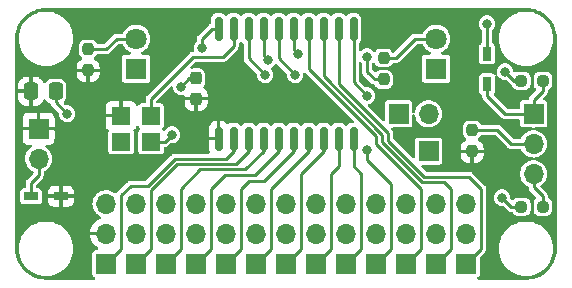
<source format=gbr>
%TF.GenerationSoftware,KiCad,Pcbnew,(6.0.5)*%
%TF.CreationDate,2022-05-22T23:21:51-04:00*%
%TF.ProjectId,controller,636f6e74-726f-46c6-9c65-722e6b696361,rev?*%
%TF.SameCoordinates,Original*%
%TF.FileFunction,Copper,L1,Top*%
%TF.FilePolarity,Positive*%
%FSLAX46Y46*%
G04 Gerber Fmt 4.6, Leading zero omitted, Abs format (unit mm)*
G04 Created by KiCad (PCBNEW (6.0.5)) date 2022-05-22 23:21:51*
%MOMM*%
%LPD*%
G01*
G04 APERTURE LIST*
G04 Aperture macros list*
%AMRoundRect*
0 Rectangle with rounded corners*
0 $1 Rounding radius*
0 $2 $3 $4 $5 $6 $7 $8 $9 X,Y pos of 4 corners*
0 Add a 4 corners polygon primitive as box body*
4,1,4,$2,$3,$4,$5,$6,$7,$8,$9,$2,$3,0*
0 Add four circle primitives for the rounded corners*
1,1,$1+$1,$2,$3*
1,1,$1+$1,$4,$5*
1,1,$1+$1,$6,$7*
1,1,$1+$1,$8,$9*
0 Add four rect primitives between the rounded corners*
20,1,$1+$1,$2,$3,$4,$5,0*
20,1,$1+$1,$4,$5,$6,$7,0*
20,1,$1+$1,$6,$7,$8,$9,0*
20,1,$1+$1,$8,$9,$2,$3,0*%
G04 Aperture macros list end*
%TA.AperFunction,ComponentPad*%
%ADD10R,1.800000X1.800000*%
%TD*%
%TA.AperFunction,ComponentPad*%
%ADD11C,1.800000*%
%TD*%
%TA.AperFunction,ComponentPad*%
%ADD12R,1.700000X1.700000*%
%TD*%
%TA.AperFunction,ComponentPad*%
%ADD13O,1.700000X1.700000*%
%TD*%
%TA.AperFunction,SMDPad,CuDef*%
%ADD14RoundRect,0.237500X0.237500X-0.300000X0.237500X0.300000X-0.237500X0.300000X-0.237500X-0.300000X0*%
%TD*%
%TA.AperFunction,SMDPad,CuDef*%
%ADD15R,1.200000X0.750000*%
%TD*%
%TA.AperFunction,SMDPad,CuDef*%
%ADD16R,1.600000X1.500000*%
%TD*%
%TA.AperFunction,SMDPad,CuDef*%
%ADD17R,0.750000X1.200000*%
%TD*%
%TA.AperFunction,SMDPad,CuDef*%
%ADD18RoundRect,0.150000X0.150000X-0.875000X0.150000X0.875000X-0.150000X0.875000X-0.150000X-0.875000X0*%
%TD*%
%TA.AperFunction,SMDPad,CuDef*%
%ADD19RoundRect,0.237500X0.250000X0.237500X-0.250000X0.237500X-0.250000X-0.237500X0.250000X-0.237500X0*%
%TD*%
%TA.AperFunction,SMDPad,CuDef*%
%ADD20RoundRect,0.237500X0.237500X-0.250000X0.237500X0.250000X-0.237500X0.250000X-0.237500X-0.250000X0*%
%TD*%
%TA.AperFunction,SMDPad,CuDef*%
%ADD21RoundRect,0.250000X-0.337500X-0.475000X0.337500X-0.475000X0.337500X0.475000X-0.337500X0.475000X0*%
%TD*%
%TA.AperFunction,ViaPad*%
%ADD22C,0.800000*%
%TD*%
%TA.AperFunction,Conductor*%
%ADD23C,0.250000*%
%TD*%
G04 APERTURE END LIST*
D10*
%TO.P,D2,1,K*%
%TO.N,GND*%
X101600000Y-81280000D03*
D11*
%TO.P,D2,2,A*%
%TO.N,Net-(D2-Pad2)*%
X101600000Y-78740000D03*
%TD*%
D12*
%TO.P,J6,1,Pin_1*%
%TO.N,/PA6*%
X104140000Y-97790000D03*
D13*
%TO.P,J6,2,Pin_2*%
%TO.N,VDD*%
X104140000Y-95250000D03*
%TO.P,J6,3,Pin_3*%
%TO.N,GND*%
X104140000Y-92710000D03*
%TD*%
D12*
%TO.P,J9,1,Pin_1*%
%TO.N,/PB1*%
X119380000Y-97790000D03*
D13*
%TO.P,J9,2,Pin_2*%
%TO.N,VDD*%
X119380000Y-95250000D03*
%TO.P,J9,3,Pin_3*%
%TO.N,GND*%
X119380000Y-92710000D03*
%TD*%
D12*
%TO.P,J14,1,Pin_1*%
%TO.N,/PC0*%
X129540000Y-97790000D03*
D13*
%TO.P,J14,2,Pin_2*%
%TO.N,VDD*%
X129540000Y-95250000D03*
%TO.P,J14,3,Pin_3*%
%TO.N,GND*%
X129540000Y-92710000D03*
%TD*%
D12*
%TO.P,J1,1,Pin_1*%
%TO.N,Net-(D3-Pad1)*%
X135255000Y-85090000D03*
D13*
%TO.P,J1,2,Pin_2*%
%TO.N,Net-(J1-Pad2)*%
X135255000Y-87630000D03*
%TO.P,J1,3,Pin_3*%
%TO.N,Net-(J1-Pad3)*%
X135255000Y-90170000D03*
%TD*%
D12*
%TO.P,J10,1,Pin_1*%
%TO.N,/PB2*%
X116840000Y-97805000D03*
D13*
%TO.P,J10,2,Pin_2*%
%TO.N,VDD*%
X116840000Y-95265000D03*
%TO.P,J10,3,Pin_3*%
%TO.N,GND*%
X116840000Y-92725000D03*
%TD*%
D12*
%TO.P,J8,1,Pin_1*%
%TO.N,/PB0*%
X121920000Y-97790000D03*
D13*
%TO.P,J8,2,Pin_2*%
%TO.N,VDD*%
X121920000Y-95250000D03*
%TO.P,J8,3,Pin_3*%
%TO.N,GND*%
X121920000Y-92710000D03*
%TD*%
D12*
%TO.P,J3,1,Pin_1*%
%TO.N,/UPDI*%
X123825000Y-85090000D03*
D13*
%TO.P,J3,2,Pin_2*%
%TO.N,GND*%
X126365000Y-85090000D03*
%TD*%
D14*
%TO.P,C2,1*%
%TO.N,VDD*%
X106680000Y-83820000D03*
%TO.P,C2,2*%
%TO.N,GND*%
X106680000Y-82095000D03*
%TD*%
D15*
%TO.P,D1,1,K*%
%TO.N,VDD*%
X95250000Y-92075000D03*
%TO.P,D1,2,A*%
%TO.N,GND*%
X92710000Y-92075000D03*
%TD*%
D16*
%TO.P,X1,1,EN*%
%TO.N,unconnected-(X1-Pad1)*%
X100330000Y-87460000D03*
%TO.P,X1,2,GND*%
%TO.N,GND*%
X102870000Y-87460000D03*
%TO.P,X1,3,OUT*%
%TO.N,/CLK*%
X102870000Y-85260000D03*
%TO.P,X1,4,Vdd*%
%TO.N,VDD*%
X100330000Y-85260000D03*
%TD*%
D17*
%TO.P,D3,1,K*%
%TO.N,Net-(D3-Pad1)*%
X131318000Y-82550000D03*
%TO.P,D3,2,A*%
%TO.N,GND*%
X131318000Y-80010000D03*
%TD*%
D18*
%TO.P,U2,1,VCC*%
%TO.N,VDD*%
X108585000Y-87200000D03*
%TO.P,U2,2,PA4*%
%TO.N,/PA4*%
X109855000Y-87200000D03*
%TO.P,U2,3,PA5*%
%TO.N,/PA5*%
X111125000Y-87200000D03*
%TO.P,U2,4,PA6*%
%TO.N,/PA6*%
X112395000Y-87200000D03*
%TO.P,U2,5,PA7*%
%TO.N,/PA7*%
X113665000Y-87200000D03*
%TO.P,U2,6,PB5*%
%TO.N,/PB5*%
X114935000Y-87200000D03*
%TO.P,U2,7,PB4*%
%TO.N,/PB4*%
X116205000Y-87200000D03*
%TO.P,U2,8,PB3*%
%TO.N,/PB3*%
X117475000Y-87200000D03*
%TO.P,U2,9,PB2*%
%TO.N,/PB2*%
X118745000Y-87200000D03*
%TO.P,U2,10,PB1*%
%TO.N,/PB1*%
X120015000Y-87200000D03*
%TO.P,U2,11,PB0*%
%TO.N,/PB0*%
X120015000Y-77900000D03*
%TO.P,U2,12,PC0*%
%TO.N,/PC0*%
X118745000Y-77900000D03*
%TO.P,U2,13,PC1*%
%TO.N,/PC1*%
X117475000Y-77900000D03*
%TO.P,U2,14,PC2*%
%TO.N,/PC2*%
X116205000Y-77900000D03*
%TO.P,U2,15,PC3*%
%TO.N,/LED*%
X114935000Y-77900000D03*
%TO.P,U2,16,~{RESET}/PA0*%
%TO.N,/UPDI*%
X113665000Y-77900000D03*
%TO.P,U2,17,PA1*%
%TO.N,/MIDI_OUT*%
X112395000Y-77900000D03*
%TO.P,U2,18,PA2*%
%TO.N,/MIDI_IN*%
X111125000Y-77900000D03*
%TO.P,U2,19,PA3*%
%TO.N,/CLK*%
X109855000Y-77900000D03*
%TO.P,U2,20,GND*%
%TO.N,GND*%
X108585000Y-77900000D03*
%TD*%
D12*
%TO.P,J2,1,Pin_1*%
%TO.N,/MIDI_IN*%
X126365000Y-88265000D03*
%TD*%
D19*
%TO.P,R3,1*%
%TO.N,Net-(D3-Pad1)*%
X136040500Y-82296000D03*
%TO.P,R3,2*%
%TO.N,/MIDI_OUT*%
X134215500Y-82296000D03*
%TD*%
D12*
%TO.P,J11,1,Pin_1*%
%TO.N,/PB3*%
X114300000Y-97790000D03*
D13*
%TO.P,J11,2,Pin_2*%
%TO.N,VDD*%
X114300000Y-95250000D03*
%TO.P,J11,3,Pin_3*%
%TO.N,GND*%
X114300000Y-92710000D03*
%TD*%
D12*
%TO.P,BT1,1,+*%
%TO.N,VDD*%
X93345000Y-86360000D03*
D13*
%TO.P,BT1,2,-*%
%TO.N,GND*%
X93345000Y-88900000D03*
%TD*%
D12*
%TO.P,J7,1,Pin_1*%
%TO.N,/PA7*%
X106680000Y-97775000D03*
D13*
%TO.P,J7,2,Pin_2*%
%TO.N,VDD*%
X106680000Y-95235000D03*
%TO.P,J7,3,Pin_3*%
%TO.N,GND*%
X106680000Y-92695000D03*
%TD*%
D20*
%TO.P,R5,1*%
%TO.N,/LED*%
X122555000Y-82192500D03*
%TO.P,R5,2*%
%TO.N,Net-(D4-Pad2)*%
X122555000Y-80367500D03*
%TD*%
D12*
%TO.P,J5,1,Pin_1*%
%TO.N,/PA5*%
X101600000Y-97790000D03*
D13*
%TO.P,J5,2,Pin_2*%
%TO.N,VDD*%
X101600000Y-95250000D03*
%TO.P,J5,3,Pin_3*%
%TO.N,GND*%
X101600000Y-92710000D03*
%TD*%
D12*
%TO.P,J4,1,Pin_1*%
%TO.N,/PA4*%
X99060000Y-97790000D03*
D13*
%TO.P,J4,2,Pin_2*%
%TO.N,VDD*%
X99060000Y-95250000D03*
%TO.P,J4,3,Pin_3*%
%TO.N,GND*%
X99060000Y-92710000D03*
%TD*%
D20*
%TO.P,R1,1*%
%TO.N,VDD*%
X97536000Y-81430500D03*
%TO.P,R1,2*%
%TO.N,Net-(D2-Pad2)*%
X97536000Y-79605500D03*
%TD*%
D12*
%TO.P,J15,1,Pin_1*%
%TO.N,/PC1*%
X127000000Y-97790000D03*
D13*
%TO.P,J15,2,Pin_2*%
%TO.N,VDD*%
X127000000Y-95250000D03*
%TO.P,J15,3,Pin_3*%
%TO.N,GND*%
X127000000Y-92710000D03*
%TD*%
D12*
%TO.P,J16,1,Pin_1*%
%TO.N,/PC2*%
X124460000Y-97790000D03*
D13*
%TO.P,J16,2,Pin_2*%
%TO.N,VDD*%
X124460000Y-95250000D03*
%TO.P,J16,3,Pin_3*%
%TO.N,GND*%
X124460000Y-92710000D03*
%TD*%
D20*
%TO.P,R2,1*%
%TO.N,VDD*%
X130048000Y-88288500D03*
%TO.P,R2,2*%
%TO.N,Net-(J1-Pad2)*%
X130048000Y-86463500D03*
%TD*%
D21*
%TO.P,C1,1*%
%TO.N,VDD*%
X92710000Y-83185000D03*
%TO.P,C1,2*%
%TO.N,GND*%
X94785000Y-83185000D03*
%TD*%
D19*
%TO.P,R4,1*%
%TO.N,Net-(J1-Pad3)*%
X136040500Y-92964000D03*
%TO.P,R4,2*%
%TO.N,GND*%
X134215500Y-92964000D03*
%TD*%
D12*
%TO.P,J12,1,Pin_1*%
%TO.N,/PB4*%
X111760000Y-97805000D03*
D13*
%TO.P,J12,2,Pin_2*%
%TO.N,VDD*%
X111760000Y-95265000D03*
%TO.P,J12,3,Pin_3*%
%TO.N,GND*%
X111760000Y-92725000D03*
%TD*%
D10*
%TO.P,D4,1,K*%
%TO.N,GND*%
X127000000Y-81280000D03*
D11*
%TO.P,D4,2,A*%
%TO.N,Net-(D4-Pad2)*%
X127000000Y-78740000D03*
%TD*%
D12*
%TO.P,J13,1,Pin_1*%
%TO.N,/PB5*%
X109220000Y-97790000D03*
D13*
%TO.P,J13,2,Pin_2*%
%TO.N,VDD*%
X109220000Y-95250000D03*
%TO.P,J13,3,Pin_3*%
%TO.N,GND*%
X109220000Y-92710000D03*
%TD*%
D22*
%TO.N,GND*%
X107188000Y-79502000D03*
X95758000Y-85090000D03*
X105410000Y-82804000D03*
X132588000Y-92202000D03*
X131318000Y-77470000D03*
X104648000Y-86868000D03*
%TO.N,/PB0*%
X121153701Y-83570299D03*
X121158000Y-88138000D03*
%TO.N,VDD*%
X132080000Y-93980000D03*
%TO.N,/MIDI_OUT*%
X132842000Y-81534000D03*
X112776000Y-80518000D03*
%TO.N,/LED*%
X121158000Y-80264000D03*
X115316000Y-80010000D03*
%TO.N,/UPDI*%
X115062000Y-81788000D03*
%TO.N,/MIDI_IN*%
X112522000Y-81788000D03*
%TD*%
D23*
%TO.N,/PB3*%
X114300000Y-97790000D02*
X115570000Y-96520000D01*
X115570000Y-96520000D02*
X115570000Y-90170000D01*
X115570000Y-90170000D02*
X117475000Y-88265000D01*
X117475000Y-88265000D02*
X117475000Y-87200000D01*
%TO.N,/PB4*%
X111760000Y-97805000D02*
X113030000Y-96535000D01*
X113030000Y-96535000D02*
X113030000Y-91440000D01*
X113030000Y-91440000D02*
X116205000Y-88265000D01*
X116205000Y-88265000D02*
X116205000Y-87200000D01*
%TO.N,/PA7*%
X106680000Y-97775000D02*
X107950000Y-96505000D01*
X107950000Y-96505000D02*
X107950000Y-91440000D01*
X107950000Y-91440000D02*
X109141440Y-90248560D01*
X109141440Y-90248560D02*
X111681440Y-90248560D01*
X111681440Y-90248560D02*
X113665000Y-88265000D01*
X113665000Y-88265000D02*
X113665000Y-87200000D01*
%TO.N,/PA6*%
X104140000Y-97790000D02*
X105410000Y-96520000D01*
X105410000Y-96520000D02*
X105410000Y-91440000D01*
X105410000Y-91440000D02*
X107050960Y-89799040D01*
X107050960Y-89799040D02*
X110856314Y-89799040D01*
X112395000Y-88260354D02*
X112395000Y-87200000D01*
X110856314Y-89799040D02*
X112395000Y-88260354D01*
%TO.N,/PA4*%
X109220000Y-88900000D02*
X109855000Y-88265000D01*
X101150495Y-91186000D02*
X102600662Y-91186000D01*
X100330000Y-96520000D02*
X100330000Y-92006495D01*
X102600662Y-91186000D02*
X104886662Y-88900000D01*
X99060000Y-97790000D02*
X100330000Y-96520000D01*
X109855000Y-88265000D02*
X109855000Y-87200000D01*
X100330000Y-92006495D02*
X101150495Y-91186000D01*
X104886662Y-88900000D02*
X109220000Y-88900000D01*
%TO.N,GND*%
X133350000Y-92964000D02*
X132588000Y-92202000D01*
X108585000Y-77900000D02*
X108028000Y-77900000D01*
X94785000Y-84117000D02*
X94785000Y-83185000D01*
X93345000Y-90297000D02*
X93345000Y-88900000D01*
X106119000Y-82095000D02*
X105410000Y-82804000D01*
X134215500Y-92964000D02*
X133350000Y-92964000D01*
X104056000Y-87460000D02*
X104648000Y-86868000D01*
X107188000Y-78740000D02*
X107188000Y-79502000D01*
X108028000Y-77900000D02*
X107188000Y-78740000D01*
X92710000Y-92075000D02*
X92710000Y-90932000D01*
X92710000Y-90932000D02*
X93345000Y-90297000D01*
X131318000Y-80010000D02*
X131318000Y-77470000D01*
X102870000Y-87460000D02*
X104056000Y-87460000D01*
X95758000Y-85090000D02*
X94785000Y-84117000D01*
X106680000Y-82095000D02*
X106119000Y-82095000D01*
%TO.N,/PA5*%
X101600000Y-97790000D02*
X102870000Y-96520000D01*
X110040480Y-89349520D02*
X111125000Y-88265000D01*
X105072860Y-89349520D02*
X110040480Y-89349520D01*
X102870000Y-96520000D02*
X102870000Y-91552380D01*
X102870000Y-91552380D02*
X105072860Y-89349520D01*
X111125000Y-88265000D02*
X111125000Y-87200000D01*
%TO.N,/PB0*%
X121158000Y-88138000D02*
X121158000Y-89027717D01*
X123190000Y-91059717D02*
X123190000Y-96520000D01*
X121158000Y-89027717D02*
X123190000Y-91059717D01*
X123190000Y-96520000D02*
X121920000Y-97790000D01*
X121153701Y-83570299D02*
X120015000Y-82431598D01*
X120015000Y-82431598D02*
X120015000Y-77900000D01*
%TO.N,/PB1*%
X120650000Y-96520000D02*
X119380000Y-97790000D01*
X120015000Y-87200000D02*
X120015000Y-89535000D01*
X120015000Y-89535000D02*
X120650000Y-90170000D01*
X120650000Y-90170000D02*
X120650000Y-96520000D01*
%TO.N,/PB2*%
X118099520Y-90180480D02*
X118745000Y-89535000D01*
X116840000Y-97805000D02*
X118099520Y-96545480D01*
X118099520Y-96545480D02*
X118099520Y-90180480D01*
X118745000Y-89535000D02*
X118745000Y-87200000D01*
%TO.N,/PB5*%
X110490000Y-91440000D02*
X111125000Y-90805000D01*
X111125000Y-90805000D02*
X112395000Y-90805000D01*
X114935000Y-88265000D02*
X114935000Y-87200000D01*
X109220000Y-97790000D02*
X110490000Y-96520000D01*
X110490000Y-96520000D02*
X110490000Y-91440000D01*
X112395000Y-90805000D02*
X114935000Y-88265000D01*
%TO.N,/PC0*%
X118745000Y-77900000D02*
X118745000Y-82549282D01*
X118745000Y-82549282D02*
X122936000Y-86740282D01*
X125984000Y-90424000D02*
X129794000Y-90424000D01*
X122936000Y-87376000D02*
X125984000Y-90424000D01*
X129794000Y-90424000D02*
X130810000Y-91440000D01*
X122936000Y-86740282D02*
X122936000Y-87376000D01*
X130810000Y-96520000D02*
X129540000Y-97790000D01*
X130810000Y-91440000D02*
X130810000Y-96520000D01*
%TO.N,/PC1*%
X128270000Y-91440000D02*
X128270000Y-96520000D01*
X122428000Y-87503718D02*
X125797802Y-90873520D01*
X128270000Y-96520000D02*
X127000000Y-97790000D01*
X127703520Y-90873520D02*
X128270000Y-91440000D01*
X125797802Y-90873520D02*
X127703520Y-90873520D01*
X117475000Y-81915000D02*
X122428000Y-86868000D01*
X117475000Y-77900000D02*
X117475000Y-81915000D01*
X122428000Y-86868000D02*
X122428000Y-87503718D01*
%TO.N,/PC2*%
X125730000Y-91441436D02*
X125730000Y-96520000D01*
X116205000Y-77900000D02*
X116205000Y-81280718D01*
X125730000Y-96520000D02*
X124460000Y-97790000D01*
X116205000Y-81280718D02*
X121920000Y-86995718D01*
X121920000Y-86995718D02*
X121920000Y-87631436D01*
X121920000Y-87631436D02*
X125730000Y-91441436D01*
%TO.N,Net-(D2-Pad2)*%
X97536000Y-79605500D02*
X99083500Y-79605500D01*
X99949000Y-78740000D02*
X101600000Y-78740000D01*
X99083500Y-79605500D02*
X99949000Y-78740000D01*
%TO.N,Net-(J1-Pad2)*%
X135255000Y-87630000D02*
X133350000Y-87630000D01*
X133350000Y-87630000D02*
X132183500Y-86463500D01*
X132183500Y-86463500D02*
X130048000Y-86463500D01*
%TO.N,Net-(D3-Pad1)*%
X131318000Y-83566000D02*
X131318000Y-82550000D01*
X135255000Y-83947000D02*
X135255000Y-85090000D01*
X136040500Y-83161500D02*
X135255000Y-83947000D01*
X132842000Y-85090000D02*
X131318000Y-83566000D01*
X136040500Y-82296000D02*
X136040500Y-83161500D01*
X135255000Y-85090000D02*
X132842000Y-85090000D01*
%TO.N,/MIDI_OUT*%
X112395000Y-80137000D02*
X112395000Y-77900000D01*
X134215500Y-82296000D02*
X133604000Y-82296000D01*
X133604000Y-82296000D02*
X132842000Y-81534000D01*
X112776000Y-80518000D02*
X112395000Y-80137000D01*
%TO.N,Net-(J1-Pad3)*%
X135255000Y-91313000D02*
X136040500Y-92098500D01*
X135255000Y-90170000D02*
X135255000Y-91313000D01*
X136040500Y-92098500D02*
X136040500Y-92964000D01*
%TO.N,/LED*%
X121158000Y-80264000D02*
X121158000Y-81534000D01*
X121158000Y-81534000D02*
X121816500Y-82192500D01*
X114935000Y-77900000D02*
X114935000Y-79629000D01*
X121816500Y-82192500D02*
X122555000Y-82192500D01*
X114935000Y-79629000D02*
X115316000Y-80010000D01*
%TO.N,Net-(D4-Pad2)*%
X122555000Y-80367500D02*
X123594500Y-80367500D01*
X123594500Y-80367500D02*
X125222000Y-78740000D01*
X125222000Y-78740000D02*
X127000000Y-78740000D01*
%TO.N,/UPDI*%
X113665000Y-77900000D02*
X113665000Y-80391000D01*
X113665000Y-80391000D02*
X115062000Y-81788000D01*
%TO.N,/MIDI_IN*%
X112522000Y-81788000D02*
X111125000Y-80391000D01*
X111125000Y-80391000D02*
X111125000Y-77900000D01*
%TO.N,/CLK*%
X108966000Y-80264000D02*
X109855000Y-79375000D01*
X109855000Y-79375000D02*
X109855000Y-77900000D01*
X106426000Y-80264000D02*
X108966000Y-80264000D01*
X102870000Y-83820000D02*
X106426000Y-80264000D01*
X102870000Y-85260000D02*
X102870000Y-83820000D01*
%TD*%
%TA.AperFunction,Conductor*%
%TO.N,VDD*%
G36*
X134604391Y-76121384D02*
G01*
X134620000Y-76124136D01*
X134630685Y-76122252D01*
X134640339Y-76122252D01*
X134654278Y-76121425D01*
X134748935Y-76126741D01*
X134906451Y-76135587D01*
X134920268Y-76137144D01*
X135196247Y-76184034D01*
X135209805Y-76187128D01*
X135478807Y-76264627D01*
X135491932Y-76269220D01*
X135750557Y-76376346D01*
X135763085Y-76382379D01*
X136008101Y-76517794D01*
X136019875Y-76525193D01*
X136248169Y-76687177D01*
X136259041Y-76695846D01*
X136467780Y-76882387D01*
X136477613Y-76892220D01*
X136664154Y-77100959D01*
X136672823Y-77111831D01*
X136834807Y-77340125D01*
X136842206Y-77351899D01*
X136977621Y-77596915D01*
X136983654Y-77609443D01*
X137090780Y-77868068D01*
X137095373Y-77881193D01*
X137172872Y-78150195D01*
X137175966Y-78163753D01*
X137222856Y-78439732D01*
X137224413Y-78453549D01*
X137238575Y-78705720D01*
X137237748Y-78719661D01*
X137237748Y-78729315D01*
X137235864Y-78740000D01*
X137237748Y-78750683D01*
X137238616Y-78755606D01*
X137240500Y-78777139D01*
X137240500Y-96482861D01*
X137238616Y-96504391D01*
X137235864Y-96520000D01*
X137237748Y-96530685D01*
X137237748Y-96540339D01*
X137238575Y-96554280D01*
X137224413Y-96806451D01*
X137222856Y-96820268D01*
X137175966Y-97096247D01*
X137172872Y-97109805D01*
X137095373Y-97378807D01*
X137090780Y-97391932D01*
X136983654Y-97650557D01*
X136977621Y-97663085D01*
X136842206Y-97908101D01*
X136834807Y-97919875D01*
X136672823Y-98148169D01*
X136664154Y-98159041D01*
X136477613Y-98367780D01*
X136467780Y-98377613D01*
X136259041Y-98564154D01*
X136248169Y-98572823D01*
X136019875Y-98734807D01*
X136008101Y-98742206D01*
X135763085Y-98877621D01*
X135750557Y-98883654D01*
X135491932Y-98990780D01*
X135478806Y-98995373D01*
X135226678Y-99068011D01*
X135209805Y-99072872D01*
X135196247Y-99075966D01*
X134920268Y-99122856D01*
X134906451Y-99124413D01*
X134748935Y-99133259D01*
X134654278Y-99138575D01*
X134640339Y-99137748D01*
X134630685Y-99137748D01*
X134620000Y-99135864D01*
X134604391Y-99138616D01*
X134582861Y-99140500D01*
X130588191Y-99140500D01*
X130521152Y-99120815D01*
X130475397Y-99068011D01*
X130465453Y-98998853D01*
X130494478Y-98935297D01*
X130537853Y-98903177D01*
X130563153Y-98891939D01*
X130642241Y-98812713D01*
X130648873Y-98797713D01*
X130683737Y-98718853D01*
X130683738Y-98718851D01*
X130687506Y-98710327D01*
X130690500Y-98684646D01*
X130690500Y-97292610D01*
X130710185Y-97225571D01*
X130726819Y-97204929D01*
X131158528Y-96773220D01*
X131169491Y-96751703D01*
X131179654Y-96735119D01*
X131188116Y-96723473D01*
X131188118Y-96723469D01*
X131193849Y-96715581D01*
X131201311Y-96692616D01*
X131208754Y-96674647D01*
X131219719Y-96653126D01*
X131221384Y-96642618D01*
X131223496Y-96629279D01*
X131228036Y-96610364D01*
X131235500Y-96587393D01*
X131235500Y-96520000D01*
X132314564Y-96520000D01*
X132314829Y-96524043D01*
X132325275Y-96683414D01*
X132334287Y-96820920D01*
X132393120Y-97116691D01*
X132394425Y-97120535D01*
X132486552Y-97391932D01*
X132490055Y-97402252D01*
X132623434Y-97672718D01*
X132790975Y-97923461D01*
X132989811Y-98150189D01*
X133216539Y-98349025D01*
X133467282Y-98516566D01*
X133737748Y-98649945D01*
X133741588Y-98651248D01*
X133741594Y-98651251D01*
X133942202Y-98719348D01*
X134023309Y-98746880D01*
X134319080Y-98805713D01*
X134323121Y-98805978D01*
X134323122Y-98805978D01*
X134542672Y-98820368D01*
X134542680Y-98820368D01*
X134544690Y-98820500D01*
X134695310Y-98820500D01*
X134697320Y-98820368D01*
X134697328Y-98820368D01*
X134916878Y-98805978D01*
X134916879Y-98805978D01*
X134920920Y-98805713D01*
X135216691Y-98746880D01*
X135297798Y-98719348D01*
X135498406Y-98651251D01*
X135498412Y-98651248D01*
X135502252Y-98649945D01*
X135772718Y-98516566D01*
X136023461Y-98349025D01*
X136250189Y-98150189D01*
X136449025Y-97923461D01*
X136616566Y-97672718D01*
X136749945Y-97402252D01*
X136753449Y-97391932D01*
X136845575Y-97120535D01*
X136846880Y-97116691D01*
X136905713Y-96820920D01*
X136914726Y-96683414D01*
X136925171Y-96524043D01*
X136925436Y-96520000D01*
X136905713Y-96219080D01*
X136846880Y-95923309D01*
X136749945Y-95637748D01*
X136616566Y-95367282D01*
X136476034Y-95156961D01*
X136451285Y-95119921D01*
X136451283Y-95119919D01*
X136449025Y-95116539D01*
X136250189Y-94889811D01*
X136023461Y-94690975D01*
X135772718Y-94523434D01*
X135502252Y-94390055D01*
X135498412Y-94388752D01*
X135498406Y-94388749D01*
X135220535Y-94294425D01*
X135216691Y-94293120D01*
X134920920Y-94234287D01*
X134916879Y-94234022D01*
X134916878Y-94234022D01*
X134697328Y-94219632D01*
X134697320Y-94219632D01*
X134695310Y-94219500D01*
X134544690Y-94219500D01*
X134542680Y-94219632D01*
X134542672Y-94219632D01*
X134323122Y-94234022D01*
X134323121Y-94234022D01*
X134319080Y-94234287D01*
X134023309Y-94293120D01*
X134019465Y-94294425D01*
X133741594Y-94388749D01*
X133741588Y-94388752D01*
X133737748Y-94390055D01*
X133467282Y-94523434D01*
X133216539Y-94690975D01*
X132989811Y-94889811D01*
X132790975Y-95116539D01*
X132788717Y-95119919D01*
X132788715Y-95119921D01*
X132763966Y-95156961D01*
X132623434Y-95367282D01*
X132490055Y-95637748D01*
X132393120Y-95923309D01*
X132334287Y-96219080D01*
X132314564Y-96520000D01*
X131235500Y-96520000D01*
X131235500Y-92194611D01*
X131882394Y-92194611D01*
X131883214Y-92202039D01*
X131883214Y-92202041D01*
X131888882Y-92253380D01*
X131900999Y-92363135D01*
X131903565Y-92370147D01*
X131903566Y-92370151D01*
X131950430Y-92498212D01*
X131959266Y-92522356D01*
X131963433Y-92528558D01*
X131963435Y-92528561D01*
X131988427Y-92565753D01*
X132053830Y-92663083D01*
X132059360Y-92668115D01*
X132173702Y-92772159D01*
X132173706Y-92772162D01*
X132179233Y-92777191D01*
X132328235Y-92858092D01*
X132423585Y-92883107D01*
X132485005Y-92899220D01*
X132485007Y-92899220D01*
X132492233Y-92901116D01*
X132638232Y-92903409D01*
X132704953Y-92924144D01*
X132723965Y-92939713D01*
X133096780Y-93312528D01*
X133118295Y-93323490D01*
X133134882Y-93333655D01*
X133146522Y-93342113D01*
X133146525Y-93342115D01*
X133154419Y-93347850D01*
X133163700Y-93350866D01*
X133163701Y-93350866D01*
X133177388Y-93355313D01*
X133195359Y-93362757D01*
X133216874Y-93373719D01*
X133226511Y-93375245D01*
X133226513Y-93375246D01*
X133240726Y-93377497D01*
X133259636Y-93382037D01*
X133282607Y-93389500D01*
X133376994Y-93389500D01*
X133444033Y-93409185D01*
X133481550Y-93454873D01*
X133485117Y-93452863D01*
X133489269Y-93460232D01*
X133492380Y-93468089D01*
X133581500Y-93585500D01*
X133588231Y-93590609D01*
X133684538Y-93663710D01*
X133698911Y-93674620D01*
X133706772Y-93677733D01*
X133706775Y-93677734D01*
X133828556Y-93725950D01*
X133828558Y-93725950D01*
X133835962Y-93728882D01*
X133843866Y-93729839D01*
X133843868Y-93729839D01*
X133895185Y-93736049D01*
X133923703Y-93739500D01*
X134215421Y-93739500D01*
X134507296Y-93739499D01*
X134510998Y-93739051D01*
X134510999Y-93739051D01*
X134587133Y-93729839D01*
X134587137Y-93729838D01*
X134595038Y-93728882D01*
X134649675Y-93707250D01*
X134724225Y-93677734D01*
X134724228Y-93677733D01*
X134732089Y-93674620D01*
X134746463Y-93663710D01*
X134842769Y-93590609D01*
X134849500Y-93585500D01*
X134938620Y-93468089D01*
X134944649Y-93452863D01*
X134989950Y-93338444D01*
X134989950Y-93338442D01*
X134992882Y-93331038D01*
X135003500Y-93243297D01*
X135003499Y-92684704D01*
X134997030Y-92631240D01*
X134993839Y-92604867D01*
X134993838Y-92604863D01*
X134992882Y-92596962D01*
X134959089Y-92511610D01*
X134941734Y-92467775D01*
X134941733Y-92467772D01*
X134938620Y-92459911D01*
X134849500Y-92342500D01*
X134763401Y-92277147D01*
X134738824Y-92258492D01*
X134738823Y-92258492D01*
X134732089Y-92253380D01*
X134724228Y-92250267D01*
X134724225Y-92250266D01*
X134602444Y-92202050D01*
X134602442Y-92202050D01*
X134595038Y-92199118D01*
X134587134Y-92198161D01*
X134587132Y-92198161D01*
X134535815Y-92191951D01*
X134507297Y-92188500D01*
X134215579Y-92188500D01*
X133923704Y-92188501D01*
X133920002Y-92188949D01*
X133920001Y-92188949D01*
X133843867Y-92198161D01*
X133843863Y-92198162D01*
X133835962Y-92199118D01*
X133818416Y-92206065D01*
X133706775Y-92250266D01*
X133706772Y-92250267D01*
X133698911Y-92253380D01*
X133692177Y-92258492D01*
X133692176Y-92258492D01*
X133667599Y-92277147D01*
X133581500Y-92342500D01*
X133576391Y-92349231D01*
X133576388Y-92349234D01*
X133559023Y-92372112D01*
X133502813Y-92413611D01*
X133433089Y-92418131D01*
X133372572Y-92384824D01*
X133326218Y-92338470D01*
X133292733Y-92277147D01*
X133291136Y-92233316D01*
X133292918Y-92220796D01*
X133293490Y-92216778D01*
X133293645Y-92202000D01*
X133292066Y-92188948D01*
X133274175Y-92041105D01*
X133274174Y-92041101D01*
X133273276Y-92033680D01*
X133236051Y-91935167D01*
X133215989Y-91882073D01*
X133215987Y-91882070D01*
X133213345Y-91875077D01*
X133177143Y-91822403D01*
X133121549Y-91741513D01*
X133121546Y-91741510D01*
X133117312Y-91735349D01*
X133061297Y-91685441D01*
X132996303Y-91627533D01*
X132996301Y-91627532D01*
X132990721Y-91622560D01*
X132976347Y-91614949D01*
X132869039Y-91558133D01*
X132840881Y-91543224D01*
X132676441Y-91501919D01*
X132590248Y-91501468D01*
X132514368Y-91501070D01*
X132514367Y-91501070D01*
X132506895Y-91501031D01*
X132485235Y-91506231D01*
X132349295Y-91538868D01*
X132349293Y-91538869D01*
X132342032Y-91540612D01*
X132335399Y-91544035D01*
X132335395Y-91544037D01*
X132300570Y-91562012D01*
X132191369Y-91618375D01*
X132185737Y-91623288D01*
X132069432Y-91724747D01*
X132063604Y-91729831D01*
X131966113Y-91868547D01*
X131904524Y-92026513D01*
X131882394Y-92194611D01*
X131235500Y-92194611D01*
X131235500Y-91372607D01*
X131228036Y-91349636D01*
X131223496Y-91330721D01*
X131221246Y-91316513D01*
X131221245Y-91316511D01*
X131219719Y-91306874D01*
X131208754Y-91285353D01*
X131201311Y-91267384D01*
X131196864Y-91253698D01*
X131193849Y-91244419D01*
X131188118Y-91236531D01*
X131188116Y-91236527D01*
X131179654Y-91224881D01*
X131169491Y-91208297D01*
X131158528Y-91186780D01*
X130047220Y-90075472D01*
X130025703Y-90064509D01*
X130009119Y-90054346D01*
X129997473Y-90045884D01*
X129997469Y-90045882D01*
X129989581Y-90040151D01*
X129966616Y-90032689D01*
X129948647Y-90025246D01*
X129927126Y-90014281D01*
X129917489Y-90012755D01*
X129917487Y-90012754D01*
X129903279Y-90010504D01*
X129884364Y-90005964D01*
X129861393Y-89998500D01*
X126211610Y-89998500D01*
X126144571Y-89978815D01*
X126123929Y-89962181D01*
X125788929Y-89627181D01*
X125755444Y-89565858D01*
X125760428Y-89496166D01*
X125802300Y-89440233D01*
X125867764Y-89415816D01*
X125876610Y-89415500D01*
X127259646Y-89415500D01*
X127263300Y-89415065D01*
X127263302Y-89415065D01*
X127268266Y-89414474D01*
X127285846Y-89412382D01*
X127388153Y-89366939D01*
X127467241Y-89287713D01*
X127471871Y-89277241D01*
X127508737Y-89193853D01*
X127508738Y-89193851D01*
X127512506Y-89185327D01*
X127515500Y-89159646D01*
X127515500Y-88584308D01*
X129073001Y-88584308D01*
X129073331Y-88590687D01*
X129082970Y-88683596D01*
X129085817Y-88696779D01*
X129135816Y-88846643D01*
X129141885Y-88859599D01*
X129224800Y-88993590D01*
X129233689Y-89004805D01*
X129345207Y-89116128D01*
X129356430Y-89124991D01*
X129490568Y-89207675D01*
X129503529Y-89213719D01*
X129653499Y-89263462D01*
X129666665Y-89266284D01*
X129758346Y-89275678D01*
X129764654Y-89276000D01*
X129880170Y-89276000D01*
X129895169Y-89271596D01*
X129896356Y-89270226D01*
X129898000Y-89262668D01*
X129898000Y-89258169D01*
X130198000Y-89258169D01*
X130202404Y-89273168D01*
X130203774Y-89274355D01*
X130211332Y-89275999D01*
X130331308Y-89275999D01*
X130337687Y-89275669D01*
X130430596Y-89266030D01*
X130443779Y-89263183D01*
X130593643Y-89213184D01*
X130606599Y-89207115D01*
X130740590Y-89124200D01*
X130751805Y-89115311D01*
X130863128Y-89003793D01*
X130871991Y-88992570D01*
X130954676Y-88858430D01*
X130960719Y-88845471D01*
X131010462Y-88695501D01*
X131013284Y-88682335D01*
X131022678Y-88590654D01*
X131023000Y-88584346D01*
X131023000Y-88456330D01*
X131018596Y-88441331D01*
X131017226Y-88440144D01*
X131009668Y-88438500D01*
X130215830Y-88438500D01*
X130200831Y-88442904D01*
X130199644Y-88444274D01*
X130198000Y-88451832D01*
X130198000Y-89258169D01*
X129898000Y-89258169D01*
X129898000Y-88456330D01*
X129893596Y-88441331D01*
X129892226Y-88440144D01*
X129884668Y-88438500D01*
X129090831Y-88438500D01*
X129075832Y-88442904D01*
X129074645Y-88444274D01*
X129073001Y-88451832D01*
X129073001Y-88584308D01*
X127515500Y-88584308D01*
X127515500Y-88120670D01*
X129073000Y-88120670D01*
X129077404Y-88135669D01*
X129078774Y-88136856D01*
X129086332Y-88138500D01*
X131005169Y-88138500D01*
X131020168Y-88134096D01*
X131021355Y-88132726D01*
X131022999Y-88125168D01*
X131022999Y-87992692D01*
X131022669Y-87986313D01*
X131013030Y-87893404D01*
X131010183Y-87880221D01*
X130960184Y-87730357D01*
X130954115Y-87717401D01*
X130871200Y-87583410D01*
X130862311Y-87572195D01*
X130750793Y-87460872D01*
X130739570Y-87452009D01*
X130599303Y-87365547D01*
X130600637Y-87363382D01*
X130557148Y-87325096D01*
X130537991Y-87257904D01*
X130558202Y-87191022D01*
X130587016Y-87160110D01*
X130662767Y-87102611D01*
X130662769Y-87102609D01*
X130669500Y-87097500D01*
X130758620Y-86980089D01*
X130763661Y-86967357D01*
X130806640Y-86912270D01*
X130878955Y-86889000D01*
X131955890Y-86889000D01*
X132022929Y-86908685D01*
X132043571Y-86925319D01*
X133001471Y-87883218D01*
X133001472Y-87883220D01*
X133096780Y-87978528D01*
X133118299Y-87989492D01*
X133134880Y-87999654D01*
X133146521Y-88008111D01*
X133154419Y-88013849D01*
X133163701Y-88016865D01*
X133177384Y-88021311D01*
X133195353Y-88028754D01*
X133216874Y-88039719D01*
X133226511Y-88041245D01*
X133226513Y-88041246D01*
X133240721Y-88043496D01*
X133259636Y-88048036D01*
X133282607Y-88055500D01*
X134104820Y-88055500D01*
X134171859Y-88075185D01*
X134217430Y-88127586D01*
X134254369Y-88207714D01*
X134257649Y-88212355D01*
X134372642Y-88375066D01*
X134376405Y-88380391D01*
X134380476Y-88384357D01*
X134380477Y-88384358D01*
X134428979Y-88431606D01*
X134527865Y-88527937D01*
X134532588Y-88531093D01*
X134532592Y-88531096D01*
X134603663Y-88578584D01*
X134703677Y-88645411D01*
X134897953Y-88728878D01*
X134961283Y-88743208D01*
X135098638Y-88774289D01*
X135098642Y-88774290D01*
X135104186Y-88775544D01*
X135123328Y-88776296D01*
X135189543Y-88798596D01*
X135233190Y-88853156D01*
X135240412Y-88922651D01*
X135208914Y-88985018D01*
X135148699Y-89020457D01*
X135139460Y-89022409D01*
X134961550Y-89052979D01*
X134961547Y-89052980D01*
X134955953Y-89053941D01*
X134757575Y-89127127D01*
X134752697Y-89130029D01*
X134752695Y-89130030D01*
X134580740Y-89232332D01*
X134580737Y-89232334D01*
X134575856Y-89235238D01*
X134416881Y-89374655D01*
X134413362Y-89379119D01*
X134413359Y-89379122D01*
X134384432Y-89415816D01*
X134285976Y-89540708D01*
X134187523Y-89727836D01*
X134185837Y-89733267D01*
X134185835Y-89733271D01*
X134150030Y-89848584D01*
X134124820Y-89929773D01*
X134124152Y-89935418D01*
X134124151Y-89935422D01*
X134108295Y-90069390D01*
X134099967Y-90139754D01*
X134100338Y-90145416D01*
X134100338Y-90145420D01*
X134101949Y-90170000D01*
X134113796Y-90350749D01*
X134165845Y-90555690D01*
X134168219Y-90560841D01*
X134168221Y-90560845D01*
X134229489Y-90693745D01*
X134254369Y-90747714D01*
X134277688Y-90780710D01*
X134365583Y-90905078D01*
X134376405Y-90920391D01*
X134380476Y-90924357D01*
X134380477Y-90924358D01*
X134392664Y-90936230D01*
X134527865Y-91067937D01*
X134532588Y-91071093D01*
X134532592Y-91071096D01*
X134603663Y-91118584D01*
X134703677Y-91185411D01*
X134708906Y-91187657D01*
X134708905Y-91187657D01*
X134754448Y-91207224D01*
X134808273Y-91251773D01*
X134829500Y-91321154D01*
X134829500Y-91380393D01*
X134836964Y-91403364D01*
X134841504Y-91422279D01*
X134845281Y-91446126D01*
X134856246Y-91467647D01*
X134863689Y-91485616D01*
X134871151Y-91508581D01*
X134876882Y-91516469D01*
X134876884Y-91516473D01*
X134885346Y-91528119D01*
X134895509Y-91544703D01*
X134906472Y-91566220D01*
X135463036Y-92122784D01*
X135496521Y-92184107D01*
X135491537Y-92253799D01*
X135450325Y-92309235D01*
X135406500Y-92342500D01*
X135317380Y-92459911D01*
X135314267Y-92467772D01*
X135314266Y-92467775D01*
X135290084Y-92528853D01*
X135263118Y-92596962D01*
X135262161Y-92604866D01*
X135262161Y-92604868D01*
X135260002Y-92622713D01*
X135252500Y-92684703D01*
X135252501Y-93243296D01*
X135252949Y-93246998D01*
X135252949Y-93246999D01*
X135257876Y-93287714D01*
X135263118Y-93331038D01*
X135272729Y-93355313D01*
X135311352Y-93452863D01*
X135317380Y-93468089D01*
X135406500Y-93585500D01*
X135413231Y-93590609D01*
X135509538Y-93663710D01*
X135523911Y-93674620D01*
X135531772Y-93677733D01*
X135531775Y-93677734D01*
X135653556Y-93725950D01*
X135653558Y-93725950D01*
X135660962Y-93728882D01*
X135668866Y-93729839D01*
X135668868Y-93729839D01*
X135720185Y-93736049D01*
X135748703Y-93739500D01*
X136040421Y-93739500D01*
X136332296Y-93739499D01*
X136335998Y-93739051D01*
X136335999Y-93739051D01*
X136412133Y-93729839D01*
X136412137Y-93729838D01*
X136420038Y-93728882D01*
X136474675Y-93707250D01*
X136549225Y-93677734D01*
X136549228Y-93677733D01*
X136557089Y-93674620D01*
X136571463Y-93663710D01*
X136667769Y-93590609D01*
X136674500Y-93585500D01*
X136763620Y-93468089D01*
X136769649Y-93452863D01*
X136814950Y-93338444D01*
X136814950Y-93338442D01*
X136817882Y-93331038D01*
X136828500Y-93243297D01*
X136828499Y-92684704D01*
X136822030Y-92631240D01*
X136818839Y-92604867D01*
X136818838Y-92604863D01*
X136817882Y-92596962D01*
X136784089Y-92511610D01*
X136766734Y-92467775D01*
X136766733Y-92467772D01*
X136763620Y-92459911D01*
X136674500Y-92342500D01*
X136557089Y-92253380D01*
X136549233Y-92250270D01*
X136549230Y-92250268D01*
X136544357Y-92248339D01*
X136489270Y-92205360D01*
X136466000Y-92133045D01*
X136466000Y-92031107D01*
X136458537Y-92008136D01*
X136453997Y-91989226D01*
X136451746Y-91975013D01*
X136451745Y-91975011D01*
X136450219Y-91965374D01*
X136439257Y-91943859D01*
X136431813Y-91925888D01*
X136431525Y-91925000D01*
X136424350Y-91902919D01*
X136418615Y-91895025D01*
X136418613Y-91895022D01*
X136410155Y-91883382D01*
X136399990Y-91866795D01*
X136389028Y-91845280D01*
X135869201Y-91325453D01*
X135835716Y-91264130D01*
X135840700Y-91194438D01*
X135882572Y-91138505D01*
X135896288Y-91129586D01*
X135909442Y-91122219D01*
X135926241Y-91108248D01*
X136067645Y-90990644D01*
X136072012Y-90987012D01*
X136122263Y-90926591D01*
X136203584Y-90828813D01*
X136203585Y-90828811D01*
X136207219Y-90824442D01*
X136271098Y-90710379D01*
X136307756Y-90644922D01*
X136307759Y-90644916D01*
X136310537Y-90639955D01*
X136341009Y-90550189D01*
X136376675Y-90445118D01*
X136378504Y-90439730D01*
X136408846Y-90230470D01*
X136410429Y-90170000D01*
X136391081Y-89959440D01*
X136333686Y-89755931D01*
X136240165Y-89566290D01*
X136113651Y-89396867D01*
X136109481Y-89393012D01*
X136109478Y-89393009D01*
X135998957Y-89290845D01*
X135958381Y-89253337D01*
X135925090Y-89232332D01*
X135784363Y-89143539D01*
X135784361Y-89143538D01*
X135779554Y-89140505D01*
X135583160Y-89062152D01*
X135577579Y-89061042D01*
X135577576Y-89061041D01*
X135381355Y-89022011D01*
X135381356Y-89022011D01*
X135375775Y-89020901D01*
X135375744Y-89020901D01*
X135312828Y-88995019D01*
X135272841Y-88937723D01*
X135270178Y-88867904D01*
X135305684Y-88807729D01*
X135372606Y-88775562D01*
X135519103Y-88754320D01*
X135519104Y-88754320D01*
X135524730Y-88753504D01*
X135603890Y-88726633D01*
X135719565Y-88687367D01*
X135719568Y-88687366D01*
X135724955Y-88685537D01*
X135729916Y-88682759D01*
X135729922Y-88682756D01*
X135895530Y-88590010D01*
X135909442Y-88582219D01*
X135951740Y-88547041D01*
X136067645Y-88450644D01*
X136072012Y-88447012D01*
X136108901Y-88402658D01*
X136203584Y-88288813D01*
X136203585Y-88288811D01*
X136207219Y-88284442D01*
X136263705Y-88183579D01*
X136307756Y-88104922D01*
X136307759Y-88104916D01*
X136310537Y-88099955D01*
X136318946Y-88075185D01*
X136376675Y-87905118D01*
X136378504Y-87899730D01*
X136381005Y-87882485D01*
X136395293Y-87783941D01*
X136408846Y-87690470D01*
X136410429Y-87630000D01*
X136391081Y-87419440D01*
X136333686Y-87215931D01*
X136240165Y-87026290D01*
X136113651Y-86856867D01*
X136109481Y-86853012D01*
X136109478Y-86853009D01*
X135999737Y-86751566D01*
X135958381Y-86713337D01*
X135909739Y-86682646D01*
X135784363Y-86603539D01*
X135784361Y-86603538D01*
X135779554Y-86600505D01*
X135583160Y-86522152D01*
X135577579Y-86521042D01*
X135577576Y-86521041D01*
X135401998Y-86486117D01*
X135340087Y-86453732D01*
X135305513Y-86393017D01*
X135309252Y-86323247D01*
X135350118Y-86266575D01*
X135415136Y-86240994D01*
X135426189Y-86240500D01*
X136149646Y-86240500D01*
X136153300Y-86240065D01*
X136153302Y-86240065D01*
X136158266Y-86239474D01*
X136175846Y-86237382D01*
X136278153Y-86191939D01*
X136357241Y-86112713D01*
X136368038Y-86088291D01*
X136398737Y-86018853D01*
X136398738Y-86018851D01*
X136402506Y-86010327D01*
X136405500Y-85984646D01*
X136405500Y-84195354D01*
X136402382Y-84169154D01*
X136356939Y-84066847D01*
X136277713Y-83987759D01*
X136267242Y-83983130D01*
X136267241Y-83983129D01*
X136183853Y-83946263D01*
X136183851Y-83946262D01*
X136175327Y-83942494D01*
X136149646Y-83939500D01*
X136149826Y-83937960D01*
X136089910Y-83916550D01*
X136047270Y-83861200D01*
X136041324Y-83791584D01*
X136075162Y-83728586D01*
X136389028Y-83414720D01*
X136399990Y-83393205D01*
X136410155Y-83376618D01*
X136411401Y-83374904D01*
X136415299Y-83369539D01*
X136418613Y-83364978D01*
X136418615Y-83364975D01*
X136424350Y-83357081D01*
X136431813Y-83334111D01*
X136439258Y-83316138D01*
X136441015Y-83312691D01*
X136450219Y-83294626D01*
X136453997Y-83270774D01*
X136458538Y-83251858D01*
X136461294Y-83243376D01*
X136466000Y-83228893D01*
X136466000Y-83126955D01*
X136485685Y-83059916D01*
X136544357Y-83011661D01*
X136549230Y-83009732D01*
X136549233Y-83009730D01*
X136557089Y-83006620D01*
X136674500Y-82917500D01*
X136763620Y-82800089D01*
X136780574Y-82757270D01*
X136814950Y-82670444D01*
X136814950Y-82670442D01*
X136817882Y-82663038D01*
X136822222Y-82627179D01*
X136825778Y-82597789D01*
X136828500Y-82575297D01*
X136828499Y-82016704D01*
X136824194Y-81981128D01*
X136818839Y-81936867D01*
X136818838Y-81936863D01*
X136817882Y-81928962D01*
X136776957Y-81825596D01*
X136766734Y-81799775D01*
X136766733Y-81799772D01*
X136763620Y-81791911D01*
X136753463Y-81778529D01*
X136690163Y-81695135D01*
X136674500Y-81674500D01*
X136608439Y-81624357D01*
X136563824Y-81590492D01*
X136563823Y-81590492D01*
X136557089Y-81585380D01*
X136549228Y-81582267D01*
X136549225Y-81582266D01*
X136427444Y-81534050D01*
X136427442Y-81534050D01*
X136420038Y-81531118D01*
X136412134Y-81530161D01*
X136412132Y-81530161D01*
X136356839Y-81523470D01*
X136332297Y-81520500D01*
X136040579Y-81520500D01*
X135748704Y-81520501D01*
X135745002Y-81520949D01*
X135745001Y-81520949D01*
X135668867Y-81530161D01*
X135668863Y-81530162D01*
X135660962Y-81531118D01*
X135619547Y-81547515D01*
X135531775Y-81582266D01*
X135531772Y-81582267D01*
X135523911Y-81585380D01*
X135517177Y-81590492D01*
X135517176Y-81590492D01*
X135472561Y-81624357D01*
X135406500Y-81674500D01*
X135390837Y-81695135D01*
X135327538Y-81778529D01*
X135317380Y-81791911D01*
X135314267Y-81799772D01*
X135314266Y-81799775D01*
X135278967Y-81888932D01*
X135263118Y-81928962D01*
X135262161Y-81936866D01*
X135262161Y-81936868D01*
X135257236Y-81977564D01*
X135252500Y-82016703D01*
X135252501Y-82575296D01*
X135252949Y-82578998D01*
X135252949Y-82578999D01*
X135262098Y-82654608D01*
X135263118Y-82663038D01*
X135266050Y-82670443D01*
X135295966Y-82746002D01*
X135317380Y-82800089D01*
X135406500Y-82917500D01*
X135427591Y-82933509D01*
X135450325Y-82950765D01*
X135491823Y-83006977D01*
X135496343Y-83076700D01*
X135463036Y-83137216D01*
X134906472Y-83693780D01*
X134895509Y-83715297D01*
X134885346Y-83731881D01*
X134876884Y-83743527D01*
X134876882Y-83743531D01*
X134871151Y-83751419D01*
X134868136Y-83760698D01*
X134863689Y-83774384D01*
X134856246Y-83792353D01*
X134845281Y-83813874D01*
X134843342Y-83826119D01*
X134841951Y-83834899D01*
X134812021Y-83898033D01*
X134752710Y-83934964D01*
X134719478Y-83939500D01*
X134360354Y-83939500D01*
X134356700Y-83939935D01*
X134356698Y-83939935D01*
X134351734Y-83940526D01*
X134334154Y-83942618D01*
X134231847Y-83988061D01*
X134152759Y-84067287D01*
X134148130Y-84077758D01*
X134148129Y-84077759D01*
X134113876Y-84155238D01*
X134107494Y-84169673D01*
X134104500Y-84195354D01*
X134104500Y-84540500D01*
X134084815Y-84607539D01*
X134032011Y-84653294D01*
X133980500Y-84664500D01*
X133069610Y-84664500D01*
X133002571Y-84644815D01*
X132981929Y-84628181D01*
X131898573Y-83544825D01*
X131865088Y-83483502D01*
X131870072Y-83413810D01*
X131898497Y-83369539D01*
X131937151Y-83330818D01*
X131937153Y-83330815D01*
X131945241Y-83322713D01*
X131953815Y-83303320D01*
X131986737Y-83228853D01*
X131986738Y-83228851D01*
X131990506Y-83220327D01*
X131993500Y-83194646D01*
X131993500Y-81934165D01*
X132013185Y-81867126D01*
X132065989Y-81821371D01*
X132135147Y-81811427D01*
X132198703Y-81840452D01*
X132220421Y-81865004D01*
X132307830Y-81995083D01*
X132313360Y-82000115D01*
X132427702Y-82104159D01*
X132427706Y-82104162D01*
X132433233Y-82109191D01*
X132582235Y-82190092D01*
X132677585Y-82215107D01*
X132739005Y-82231220D01*
X132739007Y-82231220D01*
X132746233Y-82233116D01*
X132892232Y-82235409D01*
X132958953Y-82256144D01*
X132977965Y-82271713D01*
X133350780Y-82644528D01*
X133372295Y-82655490D01*
X133388880Y-82665654D01*
X133408419Y-82679850D01*
X133413254Y-82681421D01*
X133462161Y-82727613D01*
X133470361Y-82744475D01*
X133492380Y-82800089D01*
X133581500Y-82917500D01*
X133698911Y-83006620D01*
X133706771Y-83009732D01*
X133706775Y-83009734D01*
X133828556Y-83057950D01*
X133828558Y-83057950D01*
X133835962Y-83060882D01*
X133843866Y-83061839D01*
X133843868Y-83061839D01*
X133895185Y-83068049D01*
X133923703Y-83071500D01*
X134215421Y-83071500D01*
X134507296Y-83071499D01*
X134510998Y-83071051D01*
X134510999Y-83071051D01*
X134587133Y-83061839D01*
X134587137Y-83061838D01*
X134595038Y-83060882D01*
X134660409Y-83035000D01*
X134724225Y-83009734D01*
X134724229Y-83009732D01*
X134732089Y-83006620D01*
X134849500Y-82917500D01*
X134938620Y-82800089D01*
X134955574Y-82757270D01*
X134989950Y-82670444D01*
X134989950Y-82670442D01*
X134992882Y-82663038D01*
X134997222Y-82627179D01*
X135000778Y-82597789D01*
X135003500Y-82575297D01*
X135003499Y-82016704D01*
X134999194Y-81981128D01*
X134993839Y-81936867D01*
X134993838Y-81936863D01*
X134992882Y-81928962D01*
X134951957Y-81825596D01*
X134941734Y-81799775D01*
X134941733Y-81799772D01*
X134938620Y-81791911D01*
X134928463Y-81778529D01*
X134865163Y-81695135D01*
X134849500Y-81674500D01*
X134783439Y-81624357D01*
X134738824Y-81590492D01*
X134738823Y-81590492D01*
X134732089Y-81585380D01*
X134724228Y-81582267D01*
X134724225Y-81582266D01*
X134602444Y-81534050D01*
X134602442Y-81534050D01*
X134595038Y-81531118D01*
X134587134Y-81530161D01*
X134587132Y-81530161D01*
X134531839Y-81523470D01*
X134507297Y-81520500D01*
X134215579Y-81520500D01*
X133923704Y-81520501D01*
X133920002Y-81520949D01*
X133920001Y-81520949D01*
X133843867Y-81530161D01*
X133843863Y-81530162D01*
X133835962Y-81531118D01*
X133709933Y-81581016D01*
X133640356Y-81587393D01*
X133578376Y-81555141D01*
X133543672Y-81494499D01*
X133541185Y-81480621D01*
X133540444Y-81474492D01*
X133535092Y-81430265D01*
X133528175Y-81373105D01*
X133528174Y-81373101D01*
X133527276Y-81365680D01*
X133504363Y-81305043D01*
X133469989Y-81214073D01*
X133469987Y-81214070D01*
X133467345Y-81207077D01*
X133458657Y-81194436D01*
X133375549Y-81073513D01*
X133375546Y-81073510D01*
X133371312Y-81067349D01*
X133290821Y-80995634D01*
X133250303Y-80959533D01*
X133250301Y-80959532D01*
X133244721Y-80954560D01*
X133230347Y-80946949D01*
X133124344Y-80890824D01*
X133094881Y-80875224D01*
X132930441Y-80833919D01*
X132844248Y-80833468D01*
X132768368Y-80833070D01*
X132768367Y-80833070D01*
X132760895Y-80833031D01*
X132739235Y-80838231D01*
X132603295Y-80870868D01*
X132603293Y-80870869D01*
X132596032Y-80872612D01*
X132589399Y-80876035D01*
X132589395Y-80876037D01*
X132547938Y-80897435D01*
X132445369Y-80950375D01*
X132439737Y-80955288D01*
X132330151Y-81050886D01*
X132317604Y-81061831D01*
X132220113Y-81200547D01*
X132158524Y-81358513D01*
X132136394Y-81526611D01*
X132137214Y-81534039D01*
X132137214Y-81534041D01*
X132152462Y-81672155D01*
X132140253Y-81740950D01*
X132092789Y-81792223D01*
X132025139Y-81809695D01*
X131958782Y-81787820D01*
X131941606Y-81773520D01*
X131941284Y-81773198D01*
X131865713Y-81697759D01*
X131855242Y-81693130D01*
X131855241Y-81693129D01*
X131771853Y-81656263D01*
X131771851Y-81656262D01*
X131763327Y-81652494D01*
X131737646Y-81649500D01*
X130898354Y-81649500D01*
X130894700Y-81649935D01*
X130894698Y-81649935D01*
X130889734Y-81650526D01*
X130872154Y-81652618D01*
X130769847Y-81698061D01*
X130690759Y-81777287D01*
X130686130Y-81787758D01*
X130686129Y-81787759D01*
X130651979Y-81865005D01*
X130645494Y-81879673D01*
X130642500Y-81905354D01*
X130642500Y-83194646D01*
X130645618Y-83220846D01*
X130691061Y-83323153D01*
X130770287Y-83402241D01*
X130780756Y-83406870D01*
X130780760Y-83406872D01*
X130818638Y-83423617D01*
X130871994Y-83468727D01*
X130892500Y-83537028D01*
X130892500Y-83633393D01*
X130899964Y-83656364D01*
X130904504Y-83675279D01*
X130906342Y-83686881D01*
X130908281Y-83699126D01*
X130919246Y-83720647D01*
X130926689Y-83738616D01*
X130934151Y-83761581D01*
X130939882Y-83769469D01*
X130939884Y-83769473D01*
X130948346Y-83781119D01*
X130958509Y-83797703D01*
X130969472Y-83819220D01*
X132588780Y-85438528D01*
X132610297Y-85449491D01*
X132626881Y-85459654D01*
X132638527Y-85468116D01*
X132638531Y-85468118D01*
X132646419Y-85473849D01*
X132655698Y-85476864D01*
X132669384Y-85481311D01*
X132687353Y-85488754D01*
X132708874Y-85499719D01*
X132718511Y-85501245D01*
X132718513Y-85501246D01*
X132732721Y-85503496D01*
X132751636Y-85508036D01*
X132774607Y-85515500D01*
X133980500Y-85515500D01*
X134047539Y-85535185D01*
X134093294Y-85587989D01*
X134104500Y-85639500D01*
X134104500Y-85984646D01*
X134107618Y-86010846D01*
X134153061Y-86113153D01*
X134232287Y-86192241D01*
X134242758Y-86196870D01*
X134242759Y-86196871D01*
X134326147Y-86233737D01*
X134326149Y-86233738D01*
X134334673Y-86237506D01*
X134360354Y-86240500D01*
X135093437Y-86240500D01*
X135160476Y-86260185D01*
X135206231Y-86312989D01*
X135216175Y-86382147D01*
X135187150Y-86445703D01*
X135128372Y-86483477D01*
X135114436Y-86486709D01*
X134961550Y-86512979D01*
X134961547Y-86512980D01*
X134955953Y-86513941D01*
X134757575Y-86587127D01*
X134752697Y-86590029D01*
X134752695Y-86590030D01*
X134580740Y-86692332D01*
X134580737Y-86692334D01*
X134575856Y-86695238D01*
X134416881Y-86834655D01*
X134413362Y-86839119D01*
X134413359Y-86839122D01*
X134395782Y-86861419D01*
X134285976Y-87000708D01*
X134225045Y-87116519D01*
X134213619Y-87138236D01*
X134164984Y-87188400D01*
X134103881Y-87204500D01*
X133577609Y-87204500D01*
X133510570Y-87184815D01*
X133489928Y-87168181D01*
X132990783Y-86669035D01*
X132436720Y-86114972D01*
X132415203Y-86104009D01*
X132398619Y-86093846D01*
X132386973Y-86085384D01*
X132386969Y-86085382D01*
X132379081Y-86079651D01*
X132356116Y-86072189D01*
X132338147Y-86064746D01*
X132316626Y-86053781D01*
X132306989Y-86052255D01*
X132306987Y-86052254D01*
X132292779Y-86050004D01*
X132273864Y-86045464D01*
X132250893Y-86038000D01*
X130878955Y-86038000D01*
X130811916Y-86018315D01*
X130763661Y-85959643D01*
X130761732Y-85954770D01*
X130761730Y-85954767D01*
X130758620Y-85946911D01*
X130669500Y-85829500D01*
X130552089Y-85740380D01*
X130544228Y-85737267D01*
X130544225Y-85737266D01*
X130422444Y-85689050D01*
X130422442Y-85689050D01*
X130415038Y-85686118D01*
X130407134Y-85685161D01*
X130407132Y-85685161D01*
X130336750Y-85676644D01*
X130327297Y-85675500D01*
X130048075Y-85675500D01*
X129768704Y-85675501D01*
X129765002Y-85675949D01*
X129765001Y-85675949D01*
X129688867Y-85685161D01*
X129688863Y-85685162D01*
X129680962Y-85686118D01*
X129644862Y-85700411D01*
X129551775Y-85737266D01*
X129551772Y-85737267D01*
X129543911Y-85740380D01*
X129426500Y-85829500D01*
X129337380Y-85946911D01*
X129334267Y-85954772D01*
X129334266Y-85954775D01*
X129293314Y-86058210D01*
X129283118Y-86083962D01*
X129282161Y-86091866D01*
X129282161Y-86091868D01*
X129279901Y-86110544D01*
X129272500Y-86171703D01*
X129272501Y-86755296D01*
X129272949Y-86758998D01*
X129272949Y-86758999D01*
X129282104Y-86834655D01*
X129283118Y-86843038D01*
X129337380Y-86980089D01*
X129342490Y-86986821D01*
X129342492Y-86986824D01*
X129376322Y-87031393D01*
X129426500Y-87097500D01*
X129509002Y-87160123D01*
X129550499Y-87216332D01*
X129555019Y-87286055D01*
X129521126Y-87347154D01*
X129495044Y-87365323D01*
X129495523Y-87366096D01*
X129355410Y-87452800D01*
X129344195Y-87461689D01*
X129232872Y-87573207D01*
X129224009Y-87584430D01*
X129141325Y-87718568D01*
X129135281Y-87731529D01*
X129085538Y-87881499D01*
X129082716Y-87894665D01*
X129073322Y-87986346D01*
X129073000Y-87992654D01*
X129073000Y-88120670D01*
X127515500Y-88120670D01*
X127515500Y-87370354D01*
X127512382Y-87344154D01*
X127466939Y-87241847D01*
X127387713Y-87162759D01*
X127377242Y-87158130D01*
X127377241Y-87158129D01*
X127293853Y-87121263D01*
X127293851Y-87121262D01*
X127285327Y-87117494D01*
X127259646Y-87114500D01*
X125470354Y-87114500D01*
X125466700Y-87114935D01*
X125466698Y-87114935D01*
X125461734Y-87115526D01*
X125444154Y-87117618D01*
X125341847Y-87163061D01*
X125262759Y-87242287D01*
X125258130Y-87252758D01*
X125258129Y-87252759D01*
X125225859Y-87325753D01*
X125217494Y-87344673D01*
X125214500Y-87370354D01*
X125214500Y-88753390D01*
X125194815Y-88820429D01*
X125142011Y-88866184D01*
X125072853Y-88876128D01*
X125009297Y-88847103D01*
X125002819Y-88841071D01*
X123397819Y-87236071D01*
X123364334Y-87174748D01*
X123361500Y-87148390D01*
X123361500Y-86672889D01*
X123354036Y-86649918D01*
X123349496Y-86631003D01*
X123347246Y-86616795D01*
X123347245Y-86616793D01*
X123345719Y-86607156D01*
X123334754Y-86585635D01*
X123327311Y-86567666D01*
X123322865Y-86553983D01*
X123319849Y-86544701D01*
X123314111Y-86536803D01*
X123305654Y-86525162D01*
X123295492Y-86508581D01*
X123284528Y-86487062D01*
X123249647Y-86452181D01*
X123216162Y-86390858D01*
X123221146Y-86321166D01*
X123263018Y-86265233D01*
X123328482Y-86240816D01*
X123337328Y-86240500D01*
X124719646Y-86240500D01*
X124723300Y-86240065D01*
X124723302Y-86240065D01*
X124728266Y-86239474D01*
X124745846Y-86237382D01*
X124848153Y-86191939D01*
X124927241Y-86112713D01*
X124938038Y-86088291D01*
X124968737Y-86018853D01*
X124968738Y-86018851D01*
X124972506Y-86010327D01*
X124975500Y-85984646D01*
X124975500Y-85270300D01*
X124995185Y-85203261D01*
X125047989Y-85157506D01*
X125117147Y-85147562D01*
X125180703Y-85176587D01*
X125218477Y-85235365D01*
X125223234Y-85262190D01*
X125223423Y-85265072D01*
X125223425Y-85265082D01*
X125223796Y-85270749D01*
X125275845Y-85475690D01*
X125278219Y-85480841D01*
X125278221Y-85480845D01*
X125327615Y-85587989D01*
X125364369Y-85667714D01*
X125369518Y-85675000D01*
X125453502Y-85793834D01*
X125486405Y-85840391D01*
X125637865Y-85987937D01*
X125642588Y-85991093D01*
X125642592Y-85991096D01*
X125712789Y-86038000D01*
X125813677Y-86105411D01*
X126007953Y-86188878D01*
X126042380Y-86196668D01*
X126208638Y-86234289D01*
X126208642Y-86234290D01*
X126214186Y-86235544D01*
X126340315Y-86240500D01*
X126419789Y-86243623D01*
X126419791Y-86243623D01*
X126425470Y-86243846D01*
X126431090Y-86243031D01*
X126431092Y-86243031D01*
X126629103Y-86214320D01*
X126629104Y-86214320D01*
X126634730Y-86213504D01*
X126662062Y-86204226D01*
X126829565Y-86147367D01*
X126829568Y-86147366D01*
X126834955Y-86145537D01*
X126839916Y-86142759D01*
X126839922Y-86142756D01*
X126951395Y-86080327D01*
X127019442Y-86042219D01*
X127057165Y-86010846D01*
X127177645Y-85910644D01*
X127182012Y-85907012D01*
X127204491Y-85879984D01*
X127313584Y-85748813D01*
X127313585Y-85748811D01*
X127317219Y-85744442D01*
X127375990Y-85639500D01*
X127417756Y-85564922D01*
X127417759Y-85564916D01*
X127420537Y-85559955D01*
X127425656Y-85544877D01*
X127486675Y-85365118D01*
X127488504Y-85359730D01*
X127518846Y-85150470D01*
X127520429Y-85090000D01*
X127501081Y-84879440D01*
X127443686Y-84675931D01*
X127350165Y-84486290D01*
X127223651Y-84316867D01*
X127219481Y-84313012D01*
X127219478Y-84313009D01*
X127147718Y-84246675D01*
X127068381Y-84173337D01*
X127062574Y-84169673D01*
X126894363Y-84063539D01*
X126894361Y-84063538D01*
X126889554Y-84060505D01*
X126693160Y-83982152D01*
X126687579Y-83981042D01*
X126687576Y-83981041D01*
X126581436Y-83959929D01*
X126485775Y-83940901D01*
X126480088Y-83940827D01*
X126480083Y-83940826D01*
X126280034Y-83938207D01*
X126280029Y-83938207D01*
X126274346Y-83938133D01*
X126268742Y-83939096D01*
X126268741Y-83939096D01*
X126071550Y-83972979D01*
X126071547Y-83972980D01*
X126065953Y-83973941D01*
X125867575Y-84047127D01*
X125862697Y-84050029D01*
X125862695Y-84050030D01*
X125690740Y-84152332D01*
X125690737Y-84152334D01*
X125685856Y-84155238D01*
X125526881Y-84294655D01*
X125523362Y-84299119D01*
X125523359Y-84299122D01*
X125474162Y-84361529D01*
X125395976Y-84460708D01*
X125297523Y-84647836D01*
X125295837Y-84653267D01*
X125295835Y-84653271D01*
X125251759Y-84795219D01*
X125234820Y-84849773D01*
X125234152Y-84855418D01*
X125234151Y-84855422D01*
X125222640Y-84952681D01*
X125195213Y-85016942D01*
X125137397Y-85056173D01*
X125067549Y-85057919D01*
X125007845Y-85021625D01*
X124977241Y-84958814D01*
X124975500Y-84938106D01*
X124975500Y-84195354D01*
X124972382Y-84169154D01*
X124926939Y-84066847D01*
X124847713Y-83987759D01*
X124837242Y-83983130D01*
X124837241Y-83983129D01*
X124753853Y-83946263D01*
X124753851Y-83946262D01*
X124745327Y-83942494D01*
X124719646Y-83939500D01*
X122930354Y-83939500D01*
X122926700Y-83939935D01*
X122926698Y-83939935D01*
X122921734Y-83940526D01*
X122904154Y-83942618D01*
X122801847Y-83988061D01*
X122722759Y-84067287D01*
X122718130Y-84077758D01*
X122718129Y-84077759D01*
X122683876Y-84155238D01*
X122677494Y-84169673D01*
X122674500Y-84195354D01*
X122674500Y-85577673D01*
X122654815Y-85644712D01*
X122602011Y-85690467D01*
X122532853Y-85700411D01*
X122469297Y-85671386D01*
X122462819Y-85665354D01*
X121257478Y-84460013D01*
X121223993Y-84398690D01*
X121228977Y-84328998D01*
X121270849Y-84273065D01*
X121317473Y-84251463D01*
X121392730Y-84234227D01*
X121477111Y-84191788D01*
X121537521Y-84161405D01*
X121537523Y-84161404D01*
X121544199Y-84158046D01*
X121549881Y-84153193D01*
X121549884Y-84153191D01*
X121667442Y-84052786D01*
X121673124Y-84047933D01*
X121772062Y-83910246D01*
X121835302Y-83752933D01*
X121839898Y-83720639D01*
X121858619Y-83589099D01*
X121858619Y-83589093D01*
X121859191Y-83585077D01*
X121859346Y-83570299D01*
X121851524Y-83505662D01*
X121839876Y-83409404D01*
X121839875Y-83409400D01*
X121838977Y-83401979D01*
X121823765Y-83361721D01*
X121781690Y-83250372D01*
X121781688Y-83250369D01*
X121779046Y-83243376D01*
X121774809Y-83237211D01*
X121687250Y-83109812D01*
X121687247Y-83109809D01*
X121683013Y-83103648D01*
X121605965Y-83035000D01*
X121562004Y-82995832D01*
X121562002Y-82995831D01*
X121556422Y-82990859D01*
X121548443Y-82986634D01*
X121434923Y-82926529D01*
X121406582Y-82911523D01*
X121242142Y-82870218D01*
X121105366Y-82869502D01*
X121038431Y-82849467D01*
X121018335Y-82833185D01*
X120476819Y-82291669D01*
X120443334Y-82230346D01*
X120440500Y-82203988D01*
X120440500Y-80838748D01*
X120460185Y-80771709D01*
X120512989Y-80725954D01*
X120582147Y-80716010D01*
X120647954Y-80747034D01*
X120656925Y-80755197D01*
X120691954Y-80787071D01*
X120728290Y-80846749D01*
X120732500Y-80878785D01*
X120732500Y-81601393D01*
X120739964Y-81624364D01*
X120744504Y-81643279D01*
X120745964Y-81652494D01*
X120748281Y-81667126D01*
X120759246Y-81688647D01*
X120766689Y-81706616D01*
X120774151Y-81729581D01*
X120779882Y-81737469D01*
X120779884Y-81737473D01*
X120788346Y-81749119D01*
X120798509Y-81765703D01*
X120809472Y-81787220D01*
X121563280Y-82541028D01*
X121584795Y-82551990D01*
X121601380Y-82562154D01*
X121604059Y-82564100D01*
X121613022Y-82570613D01*
X121613025Y-82570615D01*
X121620919Y-82576350D01*
X121630200Y-82579366D01*
X121630201Y-82579366D01*
X121643888Y-82583813D01*
X121661859Y-82591257D01*
X121683374Y-82602219D01*
X121693011Y-82603745D01*
X121693013Y-82603746D01*
X121707226Y-82605997D01*
X121726136Y-82610537D01*
X121749106Y-82618000D01*
X121748889Y-82618668D01*
X121804902Y-82645223D01*
X121837661Y-82692119D01*
X121844380Y-82709089D01*
X121933500Y-82826500D01*
X122050911Y-82915620D01*
X122058772Y-82918733D01*
X122058775Y-82918734D01*
X122180556Y-82966950D01*
X122180558Y-82966950D01*
X122187962Y-82969882D01*
X122195866Y-82970839D01*
X122195868Y-82970839D01*
X122247185Y-82977049D01*
X122275703Y-82980500D01*
X122554925Y-82980500D01*
X122834296Y-82980499D01*
X122837998Y-82980051D01*
X122837999Y-82980051D01*
X122914133Y-82970839D01*
X122914137Y-82970838D01*
X122922038Y-82969882D01*
X122991521Y-82942372D01*
X123051225Y-82918734D01*
X123051228Y-82918733D01*
X123059089Y-82915620D01*
X123176500Y-82826500D01*
X123215837Y-82774675D01*
X123260508Y-82715824D01*
X123260510Y-82715821D01*
X123265620Y-82709089D01*
X123277197Y-82679850D01*
X123316950Y-82579444D01*
X123316950Y-82579442D01*
X123319882Y-82572038D01*
X123330500Y-82484297D01*
X123330499Y-81900704D01*
X123327954Y-81879673D01*
X123320839Y-81820867D01*
X123320838Y-81820863D01*
X123319882Y-81812962D01*
X123291371Y-81740950D01*
X123268734Y-81683775D01*
X123268733Y-81683772D01*
X123265620Y-81675911D01*
X123251636Y-81657487D01*
X123206733Y-81598330D01*
X123176500Y-81558500D01*
X123092182Y-81494499D01*
X123065824Y-81474492D01*
X123065823Y-81474492D01*
X123059089Y-81469380D01*
X123051228Y-81466267D01*
X123051225Y-81466266D01*
X122929444Y-81418050D01*
X122929442Y-81418050D01*
X122922038Y-81415118D01*
X122914134Y-81414161D01*
X122914132Y-81414161D01*
X122845791Y-81405891D01*
X122834297Y-81404500D01*
X122555075Y-81404500D01*
X122275704Y-81404501D01*
X122272002Y-81404949D01*
X122272001Y-81404949D01*
X122195867Y-81414161D01*
X122195863Y-81414162D01*
X122187962Y-81415118D01*
X122180556Y-81418050D01*
X122180557Y-81418050D01*
X122058775Y-81466266D01*
X122058772Y-81466267D01*
X122050911Y-81469380D01*
X122044177Y-81474492D01*
X122044176Y-81474492D01*
X121934813Y-81557503D01*
X121869513Y-81582355D01*
X121801143Y-81567959D01*
X121772162Y-81546414D01*
X121619819Y-81394071D01*
X121586334Y-81332748D01*
X121583500Y-81306390D01*
X121583500Y-80879017D01*
X121603185Y-80811978D01*
X121626954Y-80784739D01*
X121628080Y-80783777D01*
X121691836Y-80755197D01*
X121760924Y-80765623D01*
X121813407Y-80811746D01*
X121823917Y-80832405D01*
X121844380Y-80884089D01*
X121849490Y-80890821D01*
X121849492Y-80890824D01*
X121864097Y-80910065D01*
X121933500Y-81001500D01*
X121940231Y-81006609D01*
X122026092Y-81071781D01*
X122050911Y-81090620D01*
X122058772Y-81093733D01*
X122058775Y-81093734D01*
X122180556Y-81141950D01*
X122180558Y-81141950D01*
X122187962Y-81144882D01*
X122195866Y-81145839D01*
X122195868Y-81145839D01*
X122247185Y-81152049D01*
X122275703Y-81155500D01*
X122554925Y-81155500D01*
X122834296Y-81155499D01*
X122837998Y-81155051D01*
X122837999Y-81155051D01*
X122914133Y-81145839D01*
X122914137Y-81145838D01*
X122922038Y-81144882D01*
X122966185Y-81127403D01*
X123051225Y-81093734D01*
X123051228Y-81093733D01*
X123059089Y-81090620D01*
X123083909Y-81071781D01*
X123169769Y-81006609D01*
X123176500Y-81001500D01*
X123265620Y-80884089D01*
X123270661Y-80871357D01*
X123313640Y-80816270D01*
X123385955Y-80793000D01*
X123661893Y-80793000D01*
X123684864Y-80785536D01*
X123703779Y-80780996D01*
X123717987Y-80778746D01*
X123717989Y-80778745D01*
X123727626Y-80777219D01*
X123749147Y-80766254D01*
X123767116Y-80758811D01*
X123780802Y-80754364D01*
X123790081Y-80751349D01*
X123797969Y-80745618D01*
X123797973Y-80745616D01*
X123809619Y-80737154D01*
X123826203Y-80726991D01*
X123847720Y-80716028D01*
X125361929Y-79201819D01*
X125423252Y-79168334D01*
X125449610Y-79165500D01*
X125794758Y-79165500D01*
X125861797Y-79185185D01*
X125907367Y-79237585D01*
X125953502Y-79337658D01*
X125953506Y-79337665D01*
X125955883Y-79342821D01*
X125959161Y-79347459D01*
X126078851Y-79516817D01*
X126083222Y-79523002D01*
X126087293Y-79526968D01*
X126087294Y-79526969D01*
X126237190Y-79672993D01*
X126237195Y-79672997D01*
X126241264Y-79676961D01*
X126245987Y-79680117D01*
X126245991Y-79680120D01*
X126330185Y-79736376D01*
X126424717Y-79799540D01*
X126429945Y-79801786D01*
X126522544Y-79841570D01*
X126576369Y-79886119D01*
X126597564Y-79952697D01*
X126579400Y-80020164D01*
X126527644Y-80067101D01*
X126473596Y-80079500D01*
X126055354Y-80079500D01*
X126051700Y-80079935D01*
X126051698Y-80079935D01*
X126046734Y-80080526D01*
X126029154Y-80082618D01*
X125926847Y-80128061D01*
X125847759Y-80207287D01*
X125843130Y-80217758D01*
X125843129Y-80217759D01*
X125819978Y-80270126D01*
X125802494Y-80309673D01*
X125799500Y-80335354D01*
X125799500Y-82224646D01*
X125802618Y-82250846D01*
X125848061Y-82353153D01*
X125927287Y-82432241D01*
X125937758Y-82436870D01*
X125937759Y-82436871D01*
X126021147Y-82473737D01*
X126021149Y-82473738D01*
X126029673Y-82477506D01*
X126055354Y-82480500D01*
X127944646Y-82480500D01*
X127948300Y-82480065D01*
X127948302Y-82480065D01*
X127953266Y-82479474D01*
X127970846Y-82477382D01*
X128073153Y-82431939D01*
X128152241Y-82352713D01*
X128165019Y-82323810D01*
X128193737Y-82258853D01*
X128193738Y-82258851D01*
X128197506Y-82250327D01*
X128200500Y-82224646D01*
X128200500Y-80335354D01*
X128197382Y-80309154D01*
X128151939Y-80206847D01*
X128072713Y-80127759D01*
X128062242Y-80123130D01*
X128062241Y-80123129D01*
X127978853Y-80086263D01*
X127978851Y-80086262D01*
X127970327Y-80082494D01*
X127944646Y-80079500D01*
X127537715Y-80079500D01*
X127470676Y-80059815D01*
X127424921Y-80007011D01*
X127414977Y-79937853D01*
X127444002Y-79874297D01*
X127486680Y-79842666D01*
X127490379Y-79841410D01*
X127644766Y-79754949D01*
X127677931Y-79736376D01*
X127677932Y-79736375D01*
X127682884Y-79733602D01*
X127711050Y-79710177D01*
X127848151Y-79596150D01*
X127852518Y-79592518D01*
X127912166Y-79520800D01*
X127989971Y-79427250D01*
X127989972Y-79427249D01*
X127993602Y-79422884D01*
X128101410Y-79230379D01*
X128105424Y-79218556D01*
X128165521Y-79041513D01*
X128172331Y-79021452D01*
X128180655Y-78964047D01*
X128191800Y-78887180D01*
X128203991Y-78803098D01*
X128205643Y-78740000D01*
X128185454Y-78520289D01*
X128125565Y-78307936D01*
X128027980Y-78110053D01*
X127895967Y-77933267D01*
X127733949Y-77783499D01*
X127699406Y-77761704D01*
X127552159Y-77668798D01*
X127552157Y-77668797D01*
X127547350Y-77665764D01*
X127342421Y-77584006D01*
X127336840Y-77582896D01*
X127336837Y-77582895D01*
X127178861Y-77551472D01*
X127126024Y-77540962D01*
X127120337Y-77540888D01*
X127120332Y-77540887D01*
X126911095Y-77538148D01*
X126911090Y-77538148D01*
X126905406Y-77538074D01*
X126899802Y-77539037D01*
X126899801Y-77539037D01*
X126693560Y-77574475D01*
X126693557Y-77574476D01*
X126687957Y-77575438D01*
X126480957Y-77651804D01*
X126291341Y-77764614D01*
X126125457Y-77910090D01*
X125988863Y-78083360D01*
X125986216Y-78088391D01*
X125902116Y-78248237D01*
X125853481Y-78298400D01*
X125792378Y-78314500D01*
X125154607Y-78314500D01*
X125131636Y-78321963D01*
X125112726Y-78326503D01*
X125112720Y-78326504D01*
X125088874Y-78330281D01*
X125067357Y-78341245D01*
X125049383Y-78348689D01*
X125035705Y-78353133D01*
X125035704Y-78353134D01*
X125026420Y-78356150D01*
X125007682Y-78369764D01*
X125006881Y-78370346D01*
X124990293Y-78380511D01*
X124968780Y-78391472D01*
X123468130Y-79892122D01*
X123406807Y-79925607D01*
X123337115Y-79920623D01*
X123281182Y-79878751D01*
X123272419Y-79865313D01*
X123268730Y-79858766D01*
X123265620Y-79850911D01*
X123260328Y-79843938D01*
X123181609Y-79740231D01*
X123176500Y-79733500D01*
X123059089Y-79644380D01*
X123051228Y-79641267D01*
X123051225Y-79641266D01*
X122929444Y-79593050D01*
X122929442Y-79593050D01*
X122922038Y-79590118D01*
X122914134Y-79589161D01*
X122914132Y-79589161D01*
X122862815Y-79582951D01*
X122834297Y-79579500D01*
X122555075Y-79579500D01*
X122275704Y-79579501D01*
X122272002Y-79579949D01*
X122272001Y-79579949D01*
X122195867Y-79589161D01*
X122195863Y-79589162D01*
X122187962Y-79590118D01*
X122156406Y-79602612D01*
X122058775Y-79641266D01*
X122058772Y-79641267D01*
X122050911Y-79644380D01*
X121933500Y-79733500D01*
X121928391Y-79740231D01*
X121928389Y-79740233D01*
X121884601Y-79797921D01*
X121828390Y-79839418D01*
X121758666Y-79843938D01*
X121692817Y-79804952D01*
X121691549Y-79803513D01*
X121687312Y-79797349D01*
X121636960Y-79752487D01*
X121566303Y-79689533D01*
X121566301Y-79689532D01*
X121560721Y-79684560D01*
X121552336Y-79680120D01*
X121443041Y-79622252D01*
X121410881Y-79605224D01*
X121246441Y-79563919D01*
X121160248Y-79563468D01*
X121084368Y-79563070D01*
X121084367Y-79563070D01*
X121076895Y-79563031D01*
X121055235Y-79568231D01*
X120919295Y-79600868D01*
X120919293Y-79600869D01*
X120912032Y-79602612D01*
X120905399Y-79606035D01*
X120905395Y-79606037D01*
X120873980Y-79622252D01*
X120761369Y-79680375D01*
X120755737Y-79685288D01*
X120646014Y-79781005D01*
X120582556Y-79810241D01*
X120513364Y-79800528D01*
X120460408Y-79754949D01*
X120440500Y-79687563D01*
X120440500Y-79193214D01*
X120460185Y-79126175D01*
X120476817Y-79105535D01*
X120479698Y-79102654D01*
X120487150Y-79097150D01*
X120492655Y-79089697D01*
X120492657Y-79089695D01*
X120562128Y-78995639D01*
X120562129Y-78995637D01*
X120567634Y-78988184D01*
X120571130Y-78978231D01*
X120592896Y-78916248D01*
X120612519Y-78860369D01*
X120615500Y-78828834D01*
X120615500Y-77462611D01*
X130612394Y-77462611D01*
X130613214Y-77470039D01*
X130613214Y-77470041D01*
X130621715Y-77547044D01*
X130630999Y-77631135D01*
X130633565Y-77638147D01*
X130633566Y-77638151D01*
X130671986Y-77743136D01*
X130689266Y-77790356D01*
X130693433Y-77796558D01*
X130693435Y-77796561D01*
X130754421Y-77887317D01*
X130783830Y-77931083D01*
X130789358Y-77936113D01*
X130789364Y-77936120D01*
X130851953Y-77993071D01*
X130888290Y-78052748D01*
X130892500Y-78084785D01*
X130892500Y-79022977D01*
X130872815Y-79090016D01*
X130818836Y-79136301D01*
X130769847Y-79158061D01*
X130690759Y-79237287D01*
X130686130Y-79247758D01*
X130686129Y-79247759D01*
X130658612Y-79310002D01*
X130645494Y-79339673D01*
X130642500Y-79365354D01*
X130642500Y-80654646D01*
X130645618Y-80680846D01*
X130691061Y-80783153D01*
X130770287Y-80862241D01*
X130780758Y-80866870D01*
X130780759Y-80866871D01*
X130864147Y-80903737D01*
X130864149Y-80903738D01*
X130872673Y-80907506D01*
X130898354Y-80910500D01*
X131737646Y-80910500D01*
X131741300Y-80910065D01*
X131741302Y-80910065D01*
X131746266Y-80909474D01*
X131763846Y-80907382D01*
X131866153Y-80861939D01*
X131945241Y-80782713D01*
X131950106Y-80771709D01*
X131986737Y-80688853D01*
X131986738Y-80688851D01*
X131990506Y-80680327D01*
X131993500Y-80654646D01*
X131993500Y-79365354D01*
X131990382Y-79339154D01*
X131944939Y-79236847D01*
X131865713Y-79157759D01*
X131855244Y-79153130D01*
X131855240Y-79153128D01*
X131817362Y-79136383D01*
X131764006Y-79091273D01*
X131743500Y-79022972D01*
X131743500Y-78740000D01*
X132314564Y-78740000D01*
X132314829Y-78744043D01*
X132330831Y-78988184D01*
X132334287Y-79040920D01*
X132393120Y-79336691D01*
X132394425Y-79340535D01*
X132485463Y-79608723D01*
X132490055Y-79622252D01*
X132623434Y-79892718D01*
X132715831Y-80031000D01*
X132786099Y-80136163D01*
X132790975Y-80143461D01*
X132989811Y-80370189D01*
X133216539Y-80569025D01*
X133219919Y-80571283D01*
X133219921Y-80571285D01*
X133271321Y-80605629D01*
X133467282Y-80736566D01*
X133737748Y-80869945D01*
X133741588Y-80871248D01*
X133741594Y-80871251D01*
X133955633Y-80943907D01*
X134023309Y-80966880D01*
X134319080Y-81025713D01*
X134323121Y-81025978D01*
X134323122Y-81025978D01*
X134542672Y-81040368D01*
X134542680Y-81040368D01*
X134544690Y-81040500D01*
X134695310Y-81040500D01*
X134697320Y-81040368D01*
X134697328Y-81040368D01*
X134916878Y-81025978D01*
X134916879Y-81025978D01*
X134920920Y-81025713D01*
X135216691Y-80966880D01*
X135284367Y-80943907D01*
X135498406Y-80871251D01*
X135498412Y-80871248D01*
X135502252Y-80869945D01*
X135772718Y-80736566D01*
X135968679Y-80605629D01*
X136020079Y-80571285D01*
X136020081Y-80571283D01*
X136023461Y-80569025D01*
X136250189Y-80370189D01*
X136449025Y-80143461D01*
X136453902Y-80136163D01*
X136524169Y-80031000D01*
X136616566Y-79892718D01*
X136749945Y-79622252D01*
X136754538Y-79608723D01*
X136845575Y-79340535D01*
X136846880Y-79336691D01*
X136905713Y-79040920D01*
X136909170Y-78988184D01*
X136925171Y-78744043D01*
X136925436Y-78740000D01*
X136919514Y-78649643D01*
X136905978Y-78443122D01*
X136905978Y-78443121D01*
X136905713Y-78439080D01*
X136846880Y-78143309D01*
X136795881Y-77993071D01*
X136751251Y-77861594D01*
X136751248Y-77861588D01*
X136749945Y-77857748D01*
X136616566Y-77587282D01*
X136449025Y-77336539D01*
X136250189Y-77109811D01*
X136023461Y-76910975D01*
X136000351Y-76895533D01*
X135923003Y-76843851D01*
X135772718Y-76743434D01*
X135502252Y-76610055D01*
X135498412Y-76608752D01*
X135498406Y-76608749D01*
X135220535Y-76514425D01*
X135216691Y-76513120D01*
X134920920Y-76454287D01*
X134916879Y-76454022D01*
X134916878Y-76454022D01*
X134697328Y-76439632D01*
X134697320Y-76439632D01*
X134695310Y-76439500D01*
X134544690Y-76439500D01*
X134542680Y-76439632D01*
X134542672Y-76439632D01*
X134323122Y-76454022D01*
X134323121Y-76454022D01*
X134319080Y-76454287D01*
X134023309Y-76513120D01*
X134019465Y-76514425D01*
X133741594Y-76608749D01*
X133741588Y-76608752D01*
X133737748Y-76610055D01*
X133467282Y-76743434D01*
X133316997Y-76843851D01*
X133239650Y-76895533D01*
X133216539Y-76910975D01*
X132989811Y-77109811D01*
X132790975Y-77336539D01*
X132623434Y-77587282D01*
X132490055Y-77857748D01*
X132488752Y-77861588D01*
X132488749Y-77861594D01*
X132444119Y-77993071D01*
X132393120Y-78143309D01*
X132334287Y-78439080D01*
X132334022Y-78443121D01*
X132334022Y-78443122D01*
X132320486Y-78649643D01*
X132314564Y-78740000D01*
X131743500Y-78740000D01*
X131743500Y-78085017D01*
X131763185Y-78017978D01*
X131786968Y-77990727D01*
X131831741Y-77952487D01*
X131837423Y-77947634D01*
X131936361Y-77809947D01*
X131999601Y-77652634D01*
X132009526Y-77582895D01*
X132022918Y-77488800D01*
X132022918Y-77488794D01*
X132023490Y-77484778D01*
X132023645Y-77470000D01*
X132018550Y-77427900D01*
X132004175Y-77309105D01*
X132004174Y-77309101D01*
X132003276Y-77301680D01*
X131943345Y-77143077D01*
X131914398Y-77100959D01*
X131851549Y-77009513D01*
X131851546Y-77009510D01*
X131847312Y-77003349D01*
X131767799Y-76932505D01*
X131726303Y-76895533D01*
X131726301Y-76895532D01*
X131720721Y-76890560D01*
X131714049Y-76887027D01*
X131577489Y-76814723D01*
X131570881Y-76811224D01*
X131406441Y-76769919D01*
X131320248Y-76769468D01*
X131244368Y-76769070D01*
X131244367Y-76769070D01*
X131236895Y-76769031D01*
X131215235Y-76774231D01*
X131079295Y-76806868D01*
X131079293Y-76806869D01*
X131072032Y-76808612D01*
X131065399Y-76812035D01*
X131065395Y-76812037D01*
X131003758Y-76843851D01*
X130921369Y-76886375D01*
X130915737Y-76891288D01*
X130824171Y-76971166D01*
X130793604Y-76997831D01*
X130696113Y-77136547D01*
X130634524Y-77294513D01*
X130612394Y-77462611D01*
X120615500Y-77462611D01*
X120615500Y-76971166D01*
X120612519Y-76939631D01*
X120578884Y-76843851D01*
X120570704Y-76820557D01*
X120570703Y-76820555D01*
X120567634Y-76811816D01*
X120561022Y-76802863D01*
X120492657Y-76710306D01*
X120487150Y-76702850D01*
X120457304Y-76680805D01*
X120385639Y-76627872D01*
X120385637Y-76627871D01*
X120378184Y-76622366D01*
X120369445Y-76619297D01*
X120369443Y-76619296D01*
X120321758Y-76602551D01*
X120250369Y-76577481D01*
X120242850Y-76576770D01*
X120242849Y-76576770D01*
X120221748Y-76574775D01*
X120221738Y-76574775D01*
X120218834Y-76574500D01*
X119811166Y-76574500D01*
X119808262Y-76574775D01*
X119808252Y-76574775D01*
X119787151Y-76576770D01*
X119787150Y-76576770D01*
X119779631Y-76577481D01*
X119708242Y-76602551D01*
X119660557Y-76619296D01*
X119660555Y-76619297D01*
X119651816Y-76622366D01*
X119644363Y-76627871D01*
X119644361Y-76627872D01*
X119572696Y-76680805D01*
X119542850Y-76702850D01*
X119493968Y-76769031D01*
X119479742Y-76788291D01*
X119424079Y-76830521D01*
X119354421Y-76835953D01*
X119292884Y-76802863D01*
X119280258Y-76788291D01*
X119266032Y-76769031D01*
X119217150Y-76702850D01*
X119187304Y-76680805D01*
X119115639Y-76627872D01*
X119115637Y-76627871D01*
X119108184Y-76622366D01*
X119099445Y-76619297D01*
X119099443Y-76619296D01*
X119051758Y-76602551D01*
X118980369Y-76577481D01*
X118972850Y-76576770D01*
X118972849Y-76576770D01*
X118951748Y-76574775D01*
X118951738Y-76574775D01*
X118948834Y-76574500D01*
X118541166Y-76574500D01*
X118538262Y-76574775D01*
X118538252Y-76574775D01*
X118517151Y-76576770D01*
X118517150Y-76576770D01*
X118509631Y-76577481D01*
X118438242Y-76602551D01*
X118390557Y-76619296D01*
X118390555Y-76619297D01*
X118381816Y-76622366D01*
X118374363Y-76627871D01*
X118374361Y-76627872D01*
X118302696Y-76680805D01*
X118272850Y-76702850D01*
X118223968Y-76769031D01*
X118209742Y-76788291D01*
X118154079Y-76830521D01*
X118084421Y-76835953D01*
X118022884Y-76802863D01*
X118010258Y-76788291D01*
X117996032Y-76769031D01*
X117947150Y-76702850D01*
X117917304Y-76680805D01*
X117845639Y-76627872D01*
X117845637Y-76627871D01*
X117838184Y-76622366D01*
X117829445Y-76619297D01*
X117829443Y-76619296D01*
X117781758Y-76602551D01*
X117710369Y-76577481D01*
X117702850Y-76576770D01*
X117702849Y-76576770D01*
X117681748Y-76574775D01*
X117681738Y-76574775D01*
X117678834Y-76574500D01*
X117271166Y-76574500D01*
X117268262Y-76574775D01*
X117268252Y-76574775D01*
X117247151Y-76576770D01*
X117247150Y-76576770D01*
X117239631Y-76577481D01*
X117168242Y-76602551D01*
X117120557Y-76619296D01*
X117120555Y-76619297D01*
X117111816Y-76622366D01*
X117104363Y-76627871D01*
X117104361Y-76627872D01*
X117032696Y-76680805D01*
X117002850Y-76702850D01*
X116953968Y-76769031D01*
X116939742Y-76788291D01*
X116884079Y-76830521D01*
X116814421Y-76835953D01*
X116752884Y-76802863D01*
X116740258Y-76788291D01*
X116726032Y-76769031D01*
X116677150Y-76702850D01*
X116647304Y-76680805D01*
X116575639Y-76627872D01*
X116575637Y-76627871D01*
X116568184Y-76622366D01*
X116559445Y-76619297D01*
X116559443Y-76619296D01*
X116511758Y-76602551D01*
X116440369Y-76577481D01*
X116432850Y-76576770D01*
X116432849Y-76576770D01*
X116411748Y-76574775D01*
X116411738Y-76574775D01*
X116408834Y-76574500D01*
X116001166Y-76574500D01*
X115998262Y-76574775D01*
X115998252Y-76574775D01*
X115977151Y-76576770D01*
X115977150Y-76576770D01*
X115969631Y-76577481D01*
X115898242Y-76602551D01*
X115850557Y-76619296D01*
X115850555Y-76619297D01*
X115841816Y-76622366D01*
X115834363Y-76627871D01*
X115834361Y-76627872D01*
X115762696Y-76680805D01*
X115732850Y-76702850D01*
X115683968Y-76769031D01*
X115669742Y-76788291D01*
X115614079Y-76830521D01*
X115544421Y-76835953D01*
X115482884Y-76802863D01*
X115470258Y-76788291D01*
X115456032Y-76769031D01*
X115407150Y-76702850D01*
X115377304Y-76680805D01*
X115305639Y-76627872D01*
X115305637Y-76627871D01*
X115298184Y-76622366D01*
X115289445Y-76619297D01*
X115289443Y-76619296D01*
X115241758Y-76602551D01*
X115170369Y-76577481D01*
X115162850Y-76576770D01*
X115162849Y-76576770D01*
X115141748Y-76574775D01*
X115141738Y-76574775D01*
X115138834Y-76574500D01*
X114731166Y-76574500D01*
X114728262Y-76574775D01*
X114728252Y-76574775D01*
X114707151Y-76576770D01*
X114707150Y-76576770D01*
X114699631Y-76577481D01*
X114628242Y-76602551D01*
X114580557Y-76619296D01*
X114580555Y-76619297D01*
X114571816Y-76622366D01*
X114564363Y-76627871D01*
X114564361Y-76627872D01*
X114492696Y-76680805D01*
X114462850Y-76702850D01*
X114413968Y-76769031D01*
X114399742Y-76788291D01*
X114344079Y-76830521D01*
X114274421Y-76835953D01*
X114212884Y-76802863D01*
X114200258Y-76788291D01*
X114186032Y-76769031D01*
X114137150Y-76702850D01*
X114107304Y-76680805D01*
X114035639Y-76627872D01*
X114035637Y-76627871D01*
X114028184Y-76622366D01*
X114019445Y-76619297D01*
X114019443Y-76619296D01*
X113971758Y-76602551D01*
X113900369Y-76577481D01*
X113892850Y-76576770D01*
X113892849Y-76576770D01*
X113871748Y-76574775D01*
X113871738Y-76574775D01*
X113868834Y-76574500D01*
X113461166Y-76574500D01*
X113458262Y-76574775D01*
X113458252Y-76574775D01*
X113437151Y-76576770D01*
X113437150Y-76576770D01*
X113429631Y-76577481D01*
X113358242Y-76602551D01*
X113310557Y-76619296D01*
X113310555Y-76619297D01*
X113301816Y-76622366D01*
X113294363Y-76627871D01*
X113294361Y-76627872D01*
X113222696Y-76680805D01*
X113192850Y-76702850D01*
X113143968Y-76769031D01*
X113129742Y-76788291D01*
X113074079Y-76830521D01*
X113004421Y-76835953D01*
X112942884Y-76802863D01*
X112930258Y-76788291D01*
X112916032Y-76769031D01*
X112867150Y-76702850D01*
X112837304Y-76680805D01*
X112765639Y-76627872D01*
X112765637Y-76627871D01*
X112758184Y-76622366D01*
X112749445Y-76619297D01*
X112749443Y-76619296D01*
X112701758Y-76602551D01*
X112630369Y-76577481D01*
X112622850Y-76576770D01*
X112622849Y-76576770D01*
X112601748Y-76574775D01*
X112601738Y-76574775D01*
X112598834Y-76574500D01*
X112191166Y-76574500D01*
X112188262Y-76574775D01*
X112188252Y-76574775D01*
X112167151Y-76576770D01*
X112167150Y-76576770D01*
X112159631Y-76577481D01*
X112088242Y-76602551D01*
X112040557Y-76619296D01*
X112040555Y-76619297D01*
X112031816Y-76622366D01*
X112024363Y-76627871D01*
X112024361Y-76627872D01*
X111952696Y-76680805D01*
X111922850Y-76702850D01*
X111873968Y-76769031D01*
X111859742Y-76788291D01*
X111804079Y-76830521D01*
X111734421Y-76835953D01*
X111672884Y-76802863D01*
X111660258Y-76788291D01*
X111646032Y-76769031D01*
X111597150Y-76702850D01*
X111567304Y-76680805D01*
X111495639Y-76627872D01*
X111495637Y-76627871D01*
X111488184Y-76622366D01*
X111479445Y-76619297D01*
X111479443Y-76619296D01*
X111431758Y-76602551D01*
X111360369Y-76577481D01*
X111352850Y-76576770D01*
X111352849Y-76576770D01*
X111331748Y-76574775D01*
X111331738Y-76574775D01*
X111328834Y-76574500D01*
X110921166Y-76574500D01*
X110918262Y-76574775D01*
X110918252Y-76574775D01*
X110897151Y-76576770D01*
X110897150Y-76576770D01*
X110889631Y-76577481D01*
X110818242Y-76602551D01*
X110770557Y-76619296D01*
X110770555Y-76619297D01*
X110761816Y-76622366D01*
X110754363Y-76627871D01*
X110754361Y-76627872D01*
X110682696Y-76680805D01*
X110652850Y-76702850D01*
X110603968Y-76769031D01*
X110589742Y-76788291D01*
X110534079Y-76830521D01*
X110464421Y-76835953D01*
X110402884Y-76802863D01*
X110390258Y-76788291D01*
X110376032Y-76769031D01*
X110327150Y-76702850D01*
X110297304Y-76680805D01*
X110225639Y-76627872D01*
X110225637Y-76627871D01*
X110218184Y-76622366D01*
X110209445Y-76619297D01*
X110209443Y-76619296D01*
X110161758Y-76602551D01*
X110090369Y-76577481D01*
X110082850Y-76576770D01*
X110082849Y-76576770D01*
X110061748Y-76574775D01*
X110061738Y-76574775D01*
X110058834Y-76574500D01*
X109651166Y-76574500D01*
X109648262Y-76574775D01*
X109648252Y-76574775D01*
X109627151Y-76576770D01*
X109627150Y-76576770D01*
X109619631Y-76577481D01*
X109548242Y-76602551D01*
X109500557Y-76619296D01*
X109500555Y-76619297D01*
X109491816Y-76622366D01*
X109484363Y-76627871D01*
X109484361Y-76627872D01*
X109412696Y-76680805D01*
X109382850Y-76702850D01*
X109333968Y-76769031D01*
X109319742Y-76788291D01*
X109264079Y-76830521D01*
X109194421Y-76835953D01*
X109132884Y-76802863D01*
X109120258Y-76788291D01*
X109106032Y-76769031D01*
X109057150Y-76702850D01*
X109027304Y-76680805D01*
X108955639Y-76627872D01*
X108955637Y-76627871D01*
X108948184Y-76622366D01*
X108939445Y-76619297D01*
X108939443Y-76619296D01*
X108891758Y-76602551D01*
X108820369Y-76577481D01*
X108812850Y-76576770D01*
X108812849Y-76576770D01*
X108791748Y-76574775D01*
X108791738Y-76574775D01*
X108788834Y-76574500D01*
X108381166Y-76574500D01*
X108378262Y-76574775D01*
X108378252Y-76574775D01*
X108357151Y-76576770D01*
X108357150Y-76576770D01*
X108349631Y-76577481D01*
X108278242Y-76602551D01*
X108230557Y-76619296D01*
X108230555Y-76619297D01*
X108221816Y-76622366D01*
X108214363Y-76627871D01*
X108214361Y-76627872D01*
X108142696Y-76680805D01*
X108112850Y-76702850D01*
X108107343Y-76710306D01*
X108038979Y-76802863D01*
X108032366Y-76811816D01*
X108029297Y-76820555D01*
X108029296Y-76820557D01*
X108021116Y-76843851D01*
X107987481Y-76939631D01*
X107984500Y-76971166D01*
X107984500Y-77372674D01*
X107964815Y-77439713D01*
X107912011Y-77485468D01*
X107902924Y-77489006D01*
X107894874Y-77490281D01*
X107873353Y-77501246D01*
X107855384Y-77508689D01*
X107832419Y-77516151D01*
X107824531Y-77521882D01*
X107824527Y-77521884D01*
X107812881Y-77530346D01*
X107796297Y-77540509D01*
X107774780Y-77551472D01*
X106839472Y-78486780D01*
X106828509Y-78508297D01*
X106818346Y-78524881D01*
X106809884Y-78536527D01*
X106809882Y-78536531D01*
X106804151Y-78544419D01*
X106801136Y-78553698D01*
X106796689Y-78567384D01*
X106789246Y-78585353D01*
X106778281Y-78606874D01*
X106776755Y-78616511D01*
X106776754Y-78616513D01*
X106774504Y-78630721D01*
X106769964Y-78649636D01*
X106762500Y-78672607D01*
X106762500Y-78887180D01*
X106742815Y-78954219D01*
X106720014Y-78980622D01*
X106671461Y-79022977D01*
X106663604Y-79029831D01*
X106566113Y-79168547D01*
X106504524Y-79326513D01*
X106503548Y-79333923D01*
X106503548Y-79333925D01*
X106498938Y-79368946D01*
X106482394Y-79494611D01*
X106483214Y-79502039D01*
X106483214Y-79502041D01*
X106490781Y-79570581D01*
X106500999Y-79663135D01*
X106503565Y-79670146D01*
X106503568Y-79670160D01*
X106504202Y-79671891D01*
X106504290Y-79673235D01*
X106505275Y-79677436D01*
X106504575Y-79677600D01*
X106508753Y-79741612D01*
X106474886Y-79802726D01*
X106413356Y-79835828D01*
X106387753Y-79838500D01*
X106358607Y-79838500D01*
X106335636Y-79845964D01*
X106316721Y-79850504D01*
X106302513Y-79852754D01*
X106302511Y-79852755D01*
X106292874Y-79854281D01*
X106271353Y-79865246D01*
X106253384Y-79872689D01*
X106230419Y-79880151D01*
X106222531Y-79885882D01*
X106222527Y-79885884D01*
X106210881Y-79894346D01*
X106194297Y-79904509D01*
X106172780Y-79915472D01*
X102521472Y-83566780D01*
X102510509Y-83588297D01*
X102500346Y-83604881D01*
X102491884Y-83616527D01*
X102491882Y-83616531D01*
X102486151Y-83624419D01*
X102483136Y-83633698D01*
X102478689Y-83647384D01*
X102471246Y-83665353D01*
X102460281Y-83686874D01*
X102458755Y-83696511D01*
X102458754Y-83696513D01*
X102456504Y-83710721D01*
X102451964Y-83729636D01*
X102444500Y-83752607D01*
X102444500Y-84085500D01*
X102424815Y-84152539D01*
X102372011Y-84198294D01*
X102320500Y-84209500D01*
X102025354Y-84209500D01*
X102021700Y-84209935D01*
X102021698Y-84209935D01*
X102016734Y-84210526D01*
X101999154Y-84212618D01*
X101896847Y-84258061D01*
X101817759Y-84337287D01*
X101813130Y-84347758D01*
X101812193Y-84349126D01*
X101758077Y-84393321D01*
X101688658Y-84401243D01*
X101625976Y-84370376D01*
X101593769Y-84322599D01*
X101576183Y-84275689D01*
X101567788Y-84260354D01*
X101492484Y-84159876D01*
X101480124Y-84147516D01*
X101379646Y-84072212D01*
X101364311Y-84063817D01*
X101245753Y-84019371D01*
X101230744Y-84015803D01*
X101180669Y-84010363D01*
X101173972Y-84010000D01*
X100497830Y-84010000D01*
X100482831Y-84014404D01*
X100481644Y-84015774D01*
X100480000Y-84023332D01*
X100480000Y-85286000D01*
X100460315Y-85353039D01*
X100407511Y-85398794D01*
X100356000Y-85410000D01*
X99047830Y-85410000D01*
X99032831Y-85414404D01*
X99031644Y-85415774D01*
X99030000Y-85423332D01*
X99030000Y-86053972D01*
X99030363Y-86060669D01*
X99035803Y-86110744D01*
X99039371Y-86125753D01*
X99083817Y-86244311D01*
X99092212Y-86259646D01*
X99167516Y-86360124D01*
X99179876Y-86372484D01*
X99229197Y-86409448D01*
X99271037Y-86465405D01*
X99275983Y-86535100D01*
X99268242Y-86558813D01*
X99246870Y-86607156D01*
X99232494Y-86639673D01*
X99229500Y-86665354D01*
X99229500Y-88254646D01*
X99232618Y-88280846D01*
X99278061Y-88383153D01*
X99357287Y-88462241D01*
X99367758Y-88466870D01*
X99367759Y-88466871D01*
X99451147Y-88503737D01*
X99451149Y-88503738D01*
X99459673Y-88507506D01*
X99485354Y-88510500D01*
X101174646Y-88510500D01*
X101178300Y-88510065D01*
X101178302Y-88510065D01*
X101183266Y-88509474D01*
X101200846Y-88507382D01*
X101303153Y-88461939D01*
X101382241Y-88382713D01*
X101403938Y-88333636D01*
X101423737Y-88288853D01*
X101423738Y-88288851D01*
X101427506Y-88280327D01*
X101430500Y-88254646D01*
X101430500Y-86665354D01*
X101427382Y-86639154D01*
X101391799Y-86559045D01*
X101382575Y-86489787D01*
X101412259Y-86426537D01*
X101430757Y-86409484D01*
X101480120Y-86372488D01*
X101492484Y-86360124D01*
X101567788Y-86259646D01*
X101576182Y-86244313D01*
X101593759Y-86197427D01*
X101635723Y-86141564D01*
X101701229Y-86117256D01*
X101769477Y-86132222D01*
X101812060Y-86170721D01*
X101813414Y-86172691D01*
X101818061Y-86183153D01*
X101826162Y-86191240D01*
X101831803Y-86196871D01*
X101897287Y-86262241D01*
X101898507Y-86262780D01*
X101938545Y-86311806D01*
X101946467Y-86381225D01*
X101915600Y-86443907D01*
X101901858Y-86455835D01*
X101896847Y-86458061D01*
X101888760Y-86466162D01*
X101865176Y-86489787D01*
X101817759Y-86537287D01*
X101813130Y-86547758D01*
X101813129Y-86547759D01*
X101786870Y-86607156D01*
X101772494Y-86639673D01*
X101769500Y-86665354D01*
X101769500Y-88254646D01*
X101772618Y-88280846D01*
X101818061Y-88383153D01*
X101897287Y-88462241D01*
X101907758Y-88466870D01*
X101907759Y-88466871D01*
X101991147Y-88503737D01*
X101991149Y-88503738D01*
X101999673Y-88507506D01*
X102025354Y-88510500D01*
X103714646Y-88510500D01*
X103718300Y-88510065D01*
X103718302Y-88510065D01*
X103723266Y-88509474D01*
X103740846Y-88507382D01*
X103843153Y-88461939D01*
X103922241Y-88382713D01*
X103943938Y-88333636D01*
X103963737Y-88288853D01*
X103963738Y-88288851D01*
X103967506Y-88280327D01*
X103970500Y-88254646D01*
X103970500Y-88009500D01*
X103990185Y-87942461D01*
X104042989Y-87896706D01*
X104094500Y-87885500D01*
X104123393Y-87885500D01*
X104146364Y-87878036D01*
X104165279Y-87873496D01*
X104179487Y-87871246D01*
X104179489Y-87871245D01*
X104189126Y-87869719D01*
X104210647Y-87858754D01*
X104228616Y-87851311D01*
X104242302Y-87846864D01*
X104251581Y-87843849D01*
X104259469Y-87838118D01*
X104259473Y-87838116D01*
X104271119Y-87829654D01*
X104287703Y-87819491D01*
X104309220Y-87808528D01*
X104513528Y-87604220D01*
X104574851Y-87570735D01*
X104603157Y-87567916D01*
X104714290Y-87569662D01*
X104714293Y-87569662D01*
X104721760Y-87569779D01*
X104867905Y-87536308D01*
X104879738Y-87533598D01*
X104879739Y-87533598D01*
X104887029Y-87531928D01*
X105016659Y-87466731D01*
X105031820Y-87459106D01*
X105031822Y-87459105D01*
X105038498Y-87455747D01*
X105044180Y-87450894D01*
X105044183Y-87450892D01*
X105161741Y-87350487D01*
X105167423Y-87345634D01*
X105266361Y-87207947D01*
X105329601Y-87050634D01*
X105332229Y-87032170D01*
X107785000Y-87032170D01*
X107789404Y-87047169D01*
X107790774Y-87048356D01*
X107798332Y-87050000D01*
X108417170Y-87050000D01*
X108432169Y-87045596D01*
X108433356Y-87044226D01*
X108435000Y-87036668D01*
X108435000Y-85692830D01*
X108430596Y-85677831D01*
X108429226Y-85676644D01*
X108421668Y-85675000D01*
X108371803Y-85675000D01*
X108366923Y-85675192D01*
X108338826Y-85677403D01*
X108326421Y-85679669D01*
X108182295Y-85721541D01*
X108168087Y-85727689D01*
X108040161Y-85803345D01*
X108027925Y-85812836D01*
X107922836Y-85917925D01*
X107913345Y-85930161D01*
X107837689Y-86058087D01*
X107831541Y-86072295D01*
X107789669Y-86216421D01*
X107787403Y-86228826D01*
X107785192Y-86256923D01*
X107785000Y-86261803D01*
X107785000Y-87032170D01*
X105332229Y-87032170D01*
X105352918Y-86886800D01*
X105352918Y-86886794D01*
X105353490Y-86882778D01*
X105353645Y-86868000D01*
X105349156Y-86830907D01*
X105334175Y-86707105D01*
X105334174Y-86707101D01*
X105333276Y-86699680D01*
X105307193Y-86630654D01*
X105275989Y-86548073D01*
X105275987Y-86548070D01*
X105273345Y-86541077D01*
X105264241Y-86527830D01*
X105181549Y-86407513D01*
X105181546Y-86407510D01*
X105177312Y-86401349D01*
X105087317Y-86321166D01*
X105056303Y-86293533D01*
X105056301Y-86293532D01*
X105050721Y-86288560D01*
X105036347Y-86280949D01*
X104966271Y-86243846D01*
X104900881Y-86209224D01*
X104736441Y-86167919D01*
X104650248Y-86167468D01*
X104574368Y-86167070D01*
X104574367Y-86167070D01*
X104566895Y-86167031D01*
X104551525Y-86170721D01*
X104409295Y-86204868D01*
X104409293Y-86204869D01*
X104402032Y-86206612D01*
X104395399Y-86210035D01*
X104395395Y-86210037D01*
X104329892Y-86243846D01*
X104251369Y-86284375D01*
X104245737Y-86289288D01*
X104129305Y-86390858D01*
X104123604Y-86395831D01*
X104119305Y-86401948D01*
X104066958Y-86476430D01*
X104012305Y-86519959D01*
X103942794Y-86527031D01*
X103877902Y-86492886D01*
X103850816Y-86465847D01*
X103850813Y-86465845D01*
X103842713Y-86457759D01*
X103841493Y-86457220D01*
X103801455Y-86408194D01*
X103793533Y-86338775D01*
X103824400Y-86276093D01*
X103838142Y-86264165D01*
X103843153Y-86261939D01*
X103861215Y-86243846D01*
X103894965Y-86210037D01*
X103922241Y-86182713D01*
X103927543Y-86170721D01*
X103963737Y-86088853D01*
X103963738Y-86088851D01*
X103967506Y-86080327D01*
X103970500Y-86054646D01*
X103970500Y-84465354D01*
X103967382Y-84439154D01*
X103921939Y-84336847D01*
X103842713Y-84257759D01*
X103832242Y-84253130D01*
X103832241Y-84253129D01*
X103748853Y-84216263D01*
X103748851Y-84216262D01*
X103740327Y-84212494D01*
X103714646Y-84209500D01*
X103419500Y-84209500D01*
X103352461Y-84189815D01*
X103331659Y-84165808D01*
X105705001Y-84165808D01*
X105705331Y-84172187D01*
X105714970Y-84265096D01*
X105717817Y-84278279D01*
X105767816Y-84428143D01*
X105773885Y-84441099D01*
X105856800Y-84575090D01*
X105865689Y-84586305D01*
X105977207Y-84697628D01*
X105988430Y-84706491D01*
X106122568Y-84789175D01*
X106135529Y-84795219D01*
X106285499Y-84844962D01*
X106298665Y-84847784D01*
X106390346Y-84857178D01*
X106396654Y-84857500D01*
X106512170Y-84857500D01*
X106527169Y-84853096D01*
X106528356Y-84851726D01*
X106530000Y-84844168D01*
X106530000Y-84839669D01*
X106830000Y-84839669D01*
X106834404Y-84854668D01*
X106835774Y-84855855D01*
X106843332Y-84857499D01*
X106963308Y-84857499D01*
X106969687Y-84857169D01*
X107062596Y-84847530D01*
X107075779Y-84844683D01*
X107225643Y-84794684D01*
X107238599Y-84788615D01*
X107372590Y-84705700D01*
X107383805Y-84696811D01*
X107495128Y-84585293D01*
X107503991Y-84574070D01*
X107586675Y-84439932D01*
X107592719Y-84426971D01*
X107642462Y-84277001D01*
X107645284Y-84263835D01*
X107654678Y-84172154D01*
X107655000Y-84165846D01*
X107655000Y-83987830D01*
X107650596Y-83972831D01*
X107649226Y-83971644D01*
X107641668Y-83970000D01*
X106847830Y-83970000D01*
X106832831Y-83974404D01*
X106831644Y-83975774D01*
X106830000Y-83983332D01*
X106830000Y-84839669D01*
X106530000Y-84839669D01*
X106530000Y-83987830D01*
X106525596Y-83972831D01*
X106524226Y-83971644D01*
X106516668Y-83970000D01*
X105722831Y-83970000D01*
X105707832Y-83974404D01*
X105706645Y-83975774D01*
X105705001Y-83983332D01*
X105705001Y-84165808D01*
X103331659Y-84165808D01*
X103306706Y-84137011D01*
X103295500Y-84085500D01*
X103295500Y-84047610D01*
X103315185Y-83980571D01*
X103331819Y-83959929D01*
X104500993Y-82790755D01*
X104562316Y-82757270D01*
X104632008Y-82762254D01*
X104687941Y-82804126D01*
X104711925Y-82864829D01*
X104717740Y-82917500D01*
X104722999Y-82965135D01*
X104725565Y-82972147D01*
X104725566Y-82972151D01*
X104758388Y-83061839D01*
X104781266Y-83124356D01*
X104785433Y-83130558D01*
X104785435Y-83130561D01*
X104830895Y-83198212D01*
X104875830Y-83265083D01*
X104881360Y-83270115D01*
X104995702Y-83374159D01*
X104995706Y-83374162D01*
X105001233Y-83379191D01*
X105150235Y-83460092D01*
X105217216Y-83477664D01*
X105307005Y-83501220D01*
X105307007Y-83501220D01*
X105314233Y-83503116D01*
X105397178Y-83504419D01*
X105476290Y-83505662D01*
X105476293Y-83505662D01*
X105483760Y-83505779D01*
X105553319Y-83489848D01*
X105623060Y-83494070D01*
X105679448Y-83535327D01*
X105704580Y-83600521D01*
X105705000Y-83610719D01*
X105705000Y-83652170D01*
X105709404Y-83667169D01*
X105710774Y-83668356D01*
X105718332Y-83670000D01*
X107637169Y-83670000D01*
X107652168Y-83665596D01*
X107653355Y-83664226D01*
X107654999Y-83656668D01*
X107654999Y-83474192D01*
X107654669Y-83467813D01*
X107645030Y-83374904D01*
X107642183Y-83361721D01*
X107592184Y-83211857D01*
X107586115Y-83198901D01*
X107503200Y-83064910D01*
X107494311Y-83053695D01*
X107382793Y-82942372D01*
X107371571Y-82933509D01*
X107360247Y-82926529D01*
X107313509Y-82874593D01*
X107302268Y-82805633D01*
X107326545Y-82746005D01*
X107390620Y-82661589D01*
X107400108Y-82637627D01*
X107441950Y-82531944D01*
X107441950Y-82531942D01*
X107444882Y-82524538D01*
X107447985Y-82498902D01*
X107453669Y-82451928D01*
X107455500Y-82436797D01*
X107455499Y-81753204D01*
X107453596Y-81737473D01*
X107445839Y-81673367D01*
X107445838Y-81673363D01*
X107444882Y-81665462D01*
X107423985Y-81612683D01*
X107393734Y-81536275D01*
X107393733Y-81536272D01*
X107390620Y-81528411D01*
X107301500Y-81411000D01*
X107218647Y-81348111D01*
X107190824Y-81326992D01*
X107190823Y-81326992D01*
X107184089Y-81321880D01*
X107176228Y-81318767D01*
X107176225Y-81318766D01*
X107054444Y-81270550D01*
X107054442Y-81270550D01*
X107047038Y-81267618D01*
X107039134Y-81266661D01*
X107039132Y-81266661D01*
X106987815Y-81260451D01*
X106959297Y-81257000D01*
X106680075Y-81257000D01*
X106400704Y-81257001D01*
X106397005Y-81257449D01*
X106396998Y-81257449D01*
X106340866Y-81264241D01*
X106271947Y-81252752D01*
X106220181Y-81205826D01*
X106202002Y-81138363D01*
X106223183Y-81071781D01*
X106238290Y-81053458D01*
X106565929Y-80725819D01*
X106627252Y-80692334D01*
X106653610Y-80689500D01*
X109033393Y-80689500D01*
X109056364Y-80682036D01*
X109075279Y-80677496D01*
X109089487Y-80675246D01*
X109089489Y-80675245D01*
X109099126Y-80673719D01*
X109120647Y-80662754D01*
X109138616Y-80655311D01*
X109152302Y-80650864D01*
X109161581Y-80647849D01*
X109169469Y-80642118D01*
X109169473Y-80642116D01*
X109181119Y-80633654D01*
X109197703Y-80623491D01*
X109219220Y-80612528D01*
X110203528Y-79628220D01*
X110214491Y-79606703D01*
X110224654Y-79590119D01*
X110233116Y-79578473D01*
X110233118Y-79578469D01*
X110238849Y-79570581D01*
X110246311Y-79547616D01*
X110253754Y-79529647D01*
X110264719Y-79508126D01*
X110268496Y-79484279D01*
X110273036Y-79465364D01*
X110280500Y-79442393D01*
X110280500Y-79193214D01*
X110300185Y-79126175D01*
X110316817Y-79105535D01*
X110319698Y-79102654D01*
X110327150Y-79097150D01*
X110332655Y-79089697D01*
X110332657Y-79089695D01*
X110390258Y-79011709D01*
X110445921Y-78969479D01*
X110515579Y-78964047D01*
X110577116Y-78997137D01*
X110589742Y-79011709D01*
X110647343Y-79089695D01*
X110647345Y-79089697D01*
X110652850Y-79097150D01*
X110660302Y-79102654D01*
X110663183Y-79105535D01*
X110696667Y-79166859D01*
X110699500Y-79193214D01*
X110699500Y-80458393D01*
X110706964Y-80481364D01*
X110711504Y-80500279D01*
X110712620Y-80507323D01*
X110715281Y-80524126D01*
X110726246Y-80545647D01*
X110733689Y-80563616D01*
X110741151Y-80586581D01*
X110746882Y-80594469D01*
X110746884Y-80594473D01*
X110755346Y-80606119D01*
X110765509Y-80622703D01*
X110776472Y-80644220D01*
X111784377Y-81652125D01*
X111817862Y-81713448D01*
X111819635Y-81755990D01*
X111816394Y-81780611D01*
X111817214Y-81788039D01*
X111817214Y-81788041D01*
X111822816Y-81838779D01*
X111834999Y-81949135D01*
X111837565Y-81956147D01*
X111837566Y-81956151D01*
X111864381Y-82029425D01*
X111893266Y-82108356D01*
X111897433Y-82114558D01*
X111897435Y-82114561D01*
X111945791Y-82186522D01*
X111987830Y-82249083D01*
X111993360Y-82254115D01*
X112107702Y-82358159D01*
X112107706Y-82358162D01*
X112113233Y-82363191D01*
X112262235Y-82444092D01*
X112357585Y-82469107D01*
X112419005Y-82485220D01*
X112419007Y-82485220D01*
X112426233Y-82487116D01*
X112509178Y-82488419D01*
X112588290Y-82489662D01*
X112588293Y-82489662D01*
X112595760Y-82489779D01*
X112718209Y-82461735D01*
X112753738Y-82453598D01*
X112753739Y-82453598D01*
X112761029Y-82451928D01*
X112845680Y-82409353D01*
X112905820Y-82379106D01*
X112905822Y-82379105D01*
X112912498Y-82375747D01*
X112918180Y-82370894D01*
X112918183Y-82370892D01*
X113035741Y-82270487D01*
X113041423Y-82265634D01*
X113140361Y-82127947D01*
X113203601Y-81970634D01*
X113204654Y-81963237D01*
X113226918Y-81806800D01*
X113226918Y-81806794D01*
X113227490Y-81802778D01*
X113227645Y-81788000D01*
X113225368Y-81769185D01*
X113208175Y-81627105D01*
X113208174Y-81627101D01*
X113207276Y-81619680D01*
X113187732Y-81567959D01*
X113149989Y-81468073D01*
X113149987Y-81468070D01*
X113147345Y-81461077D01*
X113114883Y-81413844D01*
X113051312Y-81321349D01*
X113054297Y-81319298D01*
X113031153Y-81271367D01*
X113039611Y-81202012D01*
X113084223Y-81148239D01*
X113097768Y-81140315D01*
X113159820Y-81109106D01*
X113159822Y-81109105D01*
X113166498Y-81105747D01*
X113172180Y-81100894D01*
X113172183Y-81100892D01*
X113289741Y-81000487D01*
X113295423Y-80995634D01*
X113365986Y-80897435D01*
X113421091Y-80854480D01*
X113490672Y-80848136D01*
X113554365Y-80882113D01*
X114324377Y-81652125D01*
X114357862Y-81713448D01*
X114359635Y-81755990D01*
X114356394Y-81780611D01*
X114357214Y-81788039D01*
X114357214Y-81788041D01*
X114362816Y-81838779D01*
X114374999Y-81949135D01*
X114377565Y-81956147D01*
X114377566Y-81956151D01*
X114404381Y-82029425D01*
X114433266Y-82108356D01*
X114437433Y-82114558D01*
X114437435Y-82114561D01*
X114485791Y-82186522D01*
X114527830Y-82249083D01*
X114533360Y-82254115D01*
X114647702Y-82358159D01*
X114647706Y-82358162D01*
X114653233Y-82363191D01*
X114802235Y-82444092D01*
X114897585Y-82469107D01*
X114959005Y-82485220D01*
X114959007Y-82485220D01*
X114966233Y-82487116D01*
X115049178Y-82488419D01*
X115128290Y-82489662D01*
X115128293Y-82489662D01*
X115135760Y-82489779D01*
X115258209Y-82461735D01*
X115293738Y-82453598D01*
X115293739Y-82453598D01*
X115301029Y-82451928D01*
X115385680Y-82409353D01*
X115445820Y-82379106D01*
X115445822Y-82379105D01*
X115452498Y-82375747D01*
X115458180Y-82370894D01*
X115458183Y-82370892D01*
X115575741Y-82270487D01*
X115581423Y-82265634D01*
X115680361Y-82127947D01*
X115743601Y-81970634D01*
X115744654Y-81963237D01*
X115766918Y-81806800D01*
X115766918Y-81806794D01*
X115767490Y-81802778D01*
X115767645Y-81788000D01*
X115766349Y-81777287D01*
X115763580Y-81754406D01*
X115775068Y-81685488D01*
X115821993Y-81633721D01*
X115889457Y-81615541D01*
X115956039Y-81636721D01*
X115974363Y-81651829D01*
X119985353Y-85662819D01*
X120018838Y-85724142D01*
X120013854Y-85793834D01*
X119971982Y-85849767D01*
X119906518Y-85874184D01*
X119897672Y-85874500D01*
X119811166Y-85874500D01*
X119808262Y-85874775D01*
X119808252Y-85874775D01*
X119787151Y-85876770D01*
X119787150Y-85876770D01*
X119779631Y-85877481D01*
X119708242Y-85902551D01*
X119660557Y-85919296D01*
X119660555Y-85919297D01*
X119651816Y-85922366D01*
X119644363Y-85927871D01*
X119644361Y-85927872D01*
X119607938Y-85954775D01*
X119542850Y-86002850D01*
X119504593Y-86054646D01*
X119479742Y-86088291D01*
X119424079Y-86130521D01*
X119354421Y-86135953D01*
X119292884Y-86102863D01*
X119280258Y-86088291D01*
X119255407Y-86054646D01*
X119217150Y-86002850D01*
X119152062Y-85954775D01*
X119115639Y-85927872D01*
X119115637Y-85927871D01*
X119108184Y-85922366D01*
X119099445Y-85919297D01*
X119099443Y-85919296D01*
X119051758Y-85902551D01*
X118980369Y-85877481D01*
X118972850Y-85876770D01*
X118972849Y-85876770D01*
X118951748Y-85874775D01*
X118951738Y-85874775D01*
X118948834Y-85874500D01*
X118541166Y-85874500D01*
X118538262Y-85874775D01*
X118538252Y-85874775D01*
X118517151Y-85876770D01*
X118517150Y-85876770D01*
X118509631Y-85877481D01*
X118438242Y-85902551D01*
X118390557Y-85919296D01*
X118390555Y-85919297D01*
X118381816Y-85922366D01*
X118374363Y-85927871D01*
X118374361Y-85927872D01*
X118337938Y-85954775D01*
X118272850Y-86002850D01*
X118234593Y-86054646D01*
X118209742Y-86088291D01*
X118154079Y-86130521D01*
X118084421Y-86135953D01*
X118022884Y-86102863D01*
X118010258Y-86088291D01*
X117985407Y-86054646D01*
X117947150Y-86002850D01*
X117882062Y-85954775D01*
X117845639Y-85927872D01*
X117845637Y-85927871D01*
X117838184Y-85922366D01*
X117829445Y-85919297D01*
X117829443Y-85919296D01*
X117781758Y-85902551D01*
X117710369Y-85877481D01*
X117702850Y-85876770D01*
X117702849Y-85876770D01*
X117681748Y-85874775D01*
X117681738Y-85874775D01*
X117678834Y-85874500D01*
X117271166Y-85874500D01*
X117268262Y-85874775D01*
X117268252Y-85874775D01*
X117247151Y-85876770D01*
X117247150Y-85876770D01*
X117239631Y-85877481D01*
X117168242Y-85902551D01*
X117120557Y-85919296D01*
X117120555Y-85919297D01*
X117111816Y-85922366D01*
X117104363Y-85927871D01*
X117104361Y-85927872D01*
X117067938Y-85954775D01*
X117002850Y-86002850D01*
X116964593Y-86054646D01*
X116939742Y-86088291D01*
X116884079Y-86130521D01*
X116814421Y-86135953D01*
X116752884Y-86102863D01*
X116740258Y-86088291D01*
X116715407Y-86054646D01*
X116677150Y-86002850D01*
X116612062Y-85954775D01*
X116575639Y-85927872D01*
X116575637Y-85927871D01*
X116568184Y-85922366D01*
X116559445Y-85919297D01*
X116559443Y-85919296D01*
X116511758Y-85902551D01*
X116440369Y-85877481D01*
X116432850Y-85876770D01*
X116432849Y-85876770D01*
X116411748Y-85874775D01*
X116411738Y-85874775D01*
X116408834Y-85874500D01*
X116001166Y-85874500D01*
X115998262Y-85874775D01*
X115998252Y-85874775D01*
X115977151Y-85876770D01*
X115977150Y-85876770D01*
X115969631Y-85877481D01*
X115898242Y-85902551D01*
X115850557Y-85919296D01*
X115850555Y-85919297D01*
X115841816Y-85922366D01*
X115834363Y-85927871D01*
X115834361Y-85927872D01*
X115797938Y-85954775D01*
X115732850Y-86002850D01*
X115694593Y-86054646D01*
X115669742Y-86088291D01*
X115614079Y-86130521D01*
X115544421Y-86135953D01*
X115482884Y-86102863D01*
X115470258Y-86088291D01*
X115445407Y-86054646D01*
X115407150Y-86002850D01*
X115342062Y-85954775D01*
X115305639Y-85927872D01*
X115305637Y-85927871D01*
X115298184Y-85922366D01*
X115289445Y-85919297D01*
X115289443Y-85919296D01*
X115241758Y-85902551D01*
X115170369Y-85877481D01*
X115162850Y-85876770D01*
X115162849Y-85876770D01*
X115141748Y-85874775D01*
X115141738Y-85874775D01*
X115138834Y-85874500D01*
X114731166Y-85874500D01*
X114728262Y-85874775D01*
X114728252Y-85874775D01*
X114707151Y-85876770D01*
X114707150Y-85876770D01*
X114699631Y-85877481D01*
X114628242Y-85902551D01*
X114580557Y-85919296D01*
X114580555Y-85919297D01*
X114571816Y-85922366D01*
X114564363Y-85927871D01*
X114564361Y-85927872D01*
X114527938Y-85954775D01*
X114462850Y-86002850D01*
X114424593Y-86054646D01*
X114399742Y-86088291D01*
X114344079Y-86130521D01*
X114274421Y-86135953D01*
X114212884Y-86102863D01*
X114200258Y-86088291D01*
X114175407Y-86054646D01*
X114137150Y-86002850D01*
X114072062Y-85954775D01*
X114035639Y-85927872D01*
X114035637Y-85927871D01*
X114028184Y-85922366D01*
X114019445Y-85919297D01*
X114019443Y-85919296D01*
X113971758Y-85902551D01*
X113900369Y-85877481D01*
X113892850Y-85876770D01*
X113892849Y-85876770D01*
X113871748Y-85874775D01*
X113871738Y-85874775D01*
X113868834Y-85874500D01*
X113461166Y-85874500D01*
X113458262Y-85874775D01*
X113458252Y-85874775D01*
X113437151Y-85876770D01*
X113437150Y-85876770D01*
X113429631Y-85877481D01*
X113358242Y-85902551D01*
X113310557Y-85919296D01*
X113310555Y-85919297D01*
X113301816Y-85922366D01*
X113294363Y-85927871D01*
X113294361Y-85927872D01*
X113257938Y-85954775D01*
X113192850Y-86002850D01*
X113154593Y-86054646D01*
X113129742Y-86088291D01*
X113074079Y-86130521D01*
X113004421Y-86135953D01*
X112942884Y-86102863D01*
X112930258Y-86088291D01*
X112905407Y-86054646D01*
X112867150Y-86002850D01*
X112802062Y-85954775D01*
X112765639Y-85927872D01*
X112765637Y-85927871D01*
X112758184Y-85922366D01*
X112749445Y-85919297D01*
X112749443Y-85919296D01*
X112701758Y-85902551D01*
X112630369Y-85877481D01*
X112622850Y-85876770D01*
X112622849Y-85876770D01*
X112601748Y-85874775D01*
X112601738Y-85874775D01*
X112598834Y-85874500D01*
X112191166Y-85874500D01*
X112188262Y-85874775D01*
X112188252Y-85874775D01*
X112167151Y-85876770D01*
X112167150Y-85876770D01*
X112159631Y-85877481D01*
X112088242Y-85902551D01*
X112040557Y-85919296D01*
X112040555Y-85919297D01*
X112031816Y-85922366D01*
X112024363Y-85927871D01*
X112024361Y-85927872D01*
X111987938Y-85954775D01*
X111922850Y-86002850D01*
X111884593Y-86054646D01*
X111859742Y-86088291D01*
X111804079Y-86130521D01*
X111734421Y-86135953D01*
X111672884Y-86102863D01*
X111660258Y-86088291D01*
X111635407Y-86054646D01*
X111597150Y-86002850D01*
X111532062Y-85954775D01*
X111495639Y-85927872D01*
X111495637Y-85927871D01*
X111488184Y-85922366D01*
X111479445Y-85919297D01*
X111479443Y-85919296D01*
X111431758Y-85902551D01*
X111360369Y-85877481D01*
X111352850Y-85876770D01*
X111352849Y-85876770D01*
X111331748Y-85874775D01*
X111331738Y-85874775D01*
X111328834Y-85874500D01*
X110921166Y-85874500D01*
X110918262Y-85874775D01*
X110918252Y-85874775D01*
X110897151Y-85876770D01*
X110897150Y-85876770D01*
X110889631Y-85877481D01*
X110818242Y-85902551D01*
X110770557Y-85919296D01*
X110770555Y-85919297D01*
X110761816Y-85922366D01*
X110754363Y-85927871D01*
X110754361Y-85927872D01*
X110717938Y-85954775D01*
X110652850Y-86002850D01*
X110614593Y-86054646D01*
X110589742Y-86088291D01*
X110534079Y-86130521D01*
X110464421Y-86135953D01*
X110402884Y-86102863D01*
X110390258Y-86088291D01*
X110365407Y-86054646D01*
X110327150Y-86002850D01*
X110262062Y-85954775D01*
X110225639Y-85927872D01*
X110225637Y-85927871D01*
X110218184Y-85922366D01*
X110209445Y-85919297D01*
X110209443Y-85919296D01*
X110161758Y-85902551D01*
X110090369Y-85877481D01*
X110082850Y-85876770D01*
X110082849Y-85876770D01*
X110061748Y-85874775D01*
X110061738Y-85874775D01*
X110058834Y-85874500D01*
X109651166Y-85874500D01*
X109648262Y-85874775D01*
X109648252Y-85874775D01*
X109627151Y-85876770D01*
X109627150Y-85876770D01*
X109619631Y-85877481D01*
X109548242Y-85902551D01*
X109500557Y-85919296D01*
X109500555Y-85919297D01*
X109491816Y-85922366D01*
X109484363Y-85927871D01*
X109484361Y-85927872D01*
X109435424Y-85964018D01*
X109369804Y-85988014D01*
X109301628Y-85972724D01*
X109262973Y-85935132D01*
X109261436Y-85936324D01*
X109247164Y-85917925D01*
X109142075Y-85812836D01*
X109129839Y-85803345D01*
X109001913Y-85727689D01*
X108987705Y-85721541D01*
X108843579Y-85679669D01*
X108831174Y-85677403D01*
X108803077Y-85675192D01*
X108798197Y-85675000D01*
X108752830Y-85675000D01*
X108737831Y-85679404D01*
X108736644Y-85680774D01*
X108735000Y-85688332D01*
X108735000Y-87226000D01*
X108715315Y-87293039D01*
X108662511Y-87338794D01*
X108611000Y-87350000D01*
X107802830Y-87350000D01*
X107787831Y-87354404D01*
X107786644Y-87355774D01*
X107785000Y-87363332D01*
X107785000Y-88138197D01*
X107785192Y-88143077D01*
X107787403Y-88171174D01*
X107789669Y-88183579D01*
X107828113Y-88315905D01*
X107827914Y-88385774D01*
X107789972Y-88444444D01*
X107726333Y-88473288D01*
X107709037Y-88474500D01*
X104819269Y-88474500D01*
X104796298Y-88481964D01*
X104777383Y-88486504D01*
X104763175Y-88488754D01*
X104763173Y-88488755D01*
X104753536Y-88490281D01*
X104732015Y-88501246D01*
X104714046Y-88508689D01*
X104700363Y-88513135D01*
X104691081Y-88516151D01*
X104683184Y-88521888D01*
X104683183Y-88521889D01*
X104671542Y-88530346D01*
X104654961Y-88540508D01*
X104633442Y-88551472D01*
X104538134Y-88646780D01*
X104538133Y-88646782D01*
X102460733Y-90724181D01*
X102399410Y-90757666D01*
X102373052Y-90760500D01*
X101083102Y-90760500D01*
X101060131Y-90767964D01*
X101041216Y-90772504D01*
X101027008Y-90774754D01*
X101027006Y-90774755D01*
X101017369Y-90776281D01*
X100995848Y-90787246D01*
X100977879Y-90794689D01*
X100954914Y-90802151D01*
X100947017Y-90807888D01*
X100947016Y-90807889D01*
X100935375Y-90816346D01*
X100918794Y-90826508D01*
X100897275Y-90837472D01*
X100801967Y-90932780D01*
X100801966Y-90932782D01*
X100076780Y-91657967D01*
X99981472Y-91753275D01*
X99975367Y-91765257D01*
X99972131Y-91771608D01*
X99924156Y-91822403D01*
X99856334Y-91839197D01*
X99790200Y-91816658D01*
X99777486Y-91806375D01*
X99763381Y-91793337D01*
X99758571Y-91790302D01*
X99589363Y-91683539D01*
X99589361Y-91683538D01*
X99584554Y-91680505D01*
X99388160Y-91602152D01*
X99382579Y-91601042D01*
X99382576Y-91601041D01*
X99261771Y-91577012D01*
X99180775Y-91560901D01*
X99175088Y-91560827D01*
X99175083Y-91560826D01*
X98975034Y-91558207D01*
X98975029Y-91558207D01*
X98969346Y-91558133D01*
X98963742Y-91559096D01*
X98963741Y-91559096D01*
X98766550Y-91592979D01*
X98766547Y-91592980D01*
X98760953Y-91593941D01*
X98562575Y-91667127D01*
X98557697Y-91670029D01*
X98557695Y-91670030D01*
X98385740Y-91772332D01*
X98385737Y-91772334D01*
X98380856Y-91775238D01*
X98221881Y-91914655D01*
X98218362Y-91919119D01*
X98218359Y-91919122D01*
X98174299Y-91975013D01*
X98090976Y-92080708D01*
X97992523Y-92267836D01*
X97990837Y-92273267D01*
X97990835Y-92273271D01*
X97969339Y-92342500D01*
X97929820Y-92469773D01*
X97929152Y-92475418D01*
X97929151Y-92475422D01*
X97913830Y-92604868D01*
X97904967Y-92679754D01*
X97905338Y-92685416D01*
X97905338Y-92685420D01*
X97909604Y-92750500D01*
X97918796Y-92890749D01*
X97970845Y-93095690D01*
X97973219Y-93100841D01*
X97973221Y-93100845D01*
X98040599Y-93246998D01*
X98059369Y-93287714D01*
X98062647Y-93292352D01*
X98176085Y-93452863D01*
X98181405Y-93460391D01*
X98185476Y-93464357D01*
X98185477Y-93464358D01*
X98230898Y-93508605D01*
X98332865Y-93607937D01*
X98337588Y-93611093D01*
X98337592Y-93611096D01*
X98397910Y-93651399D01*
X98508677Y-93725411D01*
X98513903Y-93727656D01*
X98513908Y-93727659D01*
X98580322Y-93756192D01*
X98634148Y-93800741D01*
X98655343Y-93867318D01*
X98637180Y-93934785D01*
X98583780Y-93982504D01*
X98387333Y-94074110D01*
X98377983Y-94079508D01*
X98193357Y-94208784D01*
X98185093Y-94215719D01*
X98025719Y-94375093D01*
X98018784Y-94383357D01*
X97889508Y-94567983D01*
X97884110Y-94577333D01*
X97788857Y-94781603D01*
X97785168Y-94791736D01*
X97726830Y-95009456D01*
X97724960Y-95020067D01*
X97719520Y-95082241D01*
X97722476Y-95096950D01*
X97734041Y-95100000D01*
X99780500Y-95100000D01*
X99847539Y-95119685D01*
X99893294Y-95172489D01*
X99904500Y-95224000D01*
X99904500Y-95276000D01*
X99884815Y-95343039D01*
X99832011Y-95388794D01*
X99780500Y-95400000D01*
X97735796Y-95400000D01*
X97721398Y-95404228D01*
X97719367Y-95416016D01*
X97724960Y-95479933D01*
X97726830Y-95490544D01*
X97785168Y-95708264D01*
X97788857Y-95718397D01*
X97884110Y-95922667D01*
X97889508Y-95932017D01*
X98018784Y-96116643D01*
X98025719Y-96124907D01*
X98185091Y-96284279D01*
X98193357Y-96291215D01*
X98368604Y-96413925D01*
X98412228Y-96468502D01*
X98419421Y-96538001D01*
X98387899Y-96600355D01*
X98327669Y-96635769D01*
X98297480Y-96639500D01*
X98165354Y-96639500D01*
X98161700Y-96639935D01*
X98161698Y-96639935D01*
X98156734Y-96640526D01*
X98139154Y-96642618D01*
X98036847Y-96688061D01*
X97957759Y-96767287D01*
X97953130Y-96777758D01*
X97953129Y-96777759D01*
X97934048Y-96820920D01*
X97912494Y-96869673D01*
X97909500Y-96895354D01*
X97909500Y-98684646D01*
X97912618Y-98710846D01*
X97958061Y-98813153D01*
X98037287Y-98892241D01*
X98061826Y-98903090D01*
X98115180Y-98948200D01*
X98135676Y-99014996D01*
X98116806Y-99082269D01*
X98064561Y-99128661D01*
X98011685Y-99140500D01*
X94017139Y-99140500D01*
X93995609Y-99138616D01*
X93980000Y-99135864D01*
X93969315Y-99137748D01*
X93959661Y-99137748D01*
X93945722Y-99138575D01*
X93851065Y-99133259D01*
X93693549Y-99124413D01*
X93679732Y-99122856D01*
X93403753Y-99075966D01*
X93390195Y-99072872D01*
X93373323Y-99068011D01*
X93121194Y-98995373D01*
X93108068Y-98990780D01*
X92849443Y-98883654D01*
X92836915Y-98877621D01*
X92591899Y-98742206D01*
X92580125Y-98734807D01*
X92351831Y-98572823D01*
X92340959Y-98564154D01*
X92132220Y-98377613D01*
X92122387Y-98367780D01*
X91935846Y-98159041D01*
X91927177Y-98148169D01*
X91765193Y-97919875D01*
X91757794Y-97908101D01*
X91622379Y-97663085D01*
X91616346Y-97650557D01*
X91509220Y-97391932D01*
X91504627Y-97378807D01*
X91427128Y-97109805D01*
X91424034Y-97096247D01*
X91377144Y-96820268D01*
X91375587Y-96806451D01*
X91361425Y-96554280D01*
X91362252Y-96540339D01*
X91362252Y-96530685D01*
X91364136Y-96520000D01*
X91674564Y-96520000D01*
X91674829Y-96524043D01*
X91685275Y-96683414D01*
X91694287Y-96820920D01*
X91753120Y-97116691D01*
X91754425Y-97120535D01*
X91846552Y-97391932D01*
X91850055Y-97402252D01*
X91983434Y-97672718D01*
X92150975Y-97923461D01*
X92349811Y-98150189D01*
X92576539Y-98349025D01*
X92827282Y-98516566D01*
X93097748Y-98649945D01*
X93101588Y-98651248D01*
X93101594Y-98651251D01*
X93302202Y-98719348D01*
X93383309Y-98746880D01*
X93679080Y-98805713D01*
X93683121Y-98805978D01*
X93683122Y-98805978D01*
X93902672Y-98820368D01*
X93902680Y-98820368D01*
X93904690Y-98820500D01*
X94055310Y-98820500D01*
X94057320Y-98820368D01*
X94057328Y-98820368D01*
X94276878Y-98805978D01*
X94276879Y-98805978D01*
X94280920Y-98805713D01*
X94576691Y-98746880D01*
X94657798Y-98719348D01*
X94858406Y-98651251D01*
X94858412Y-98651248D01*
X94862252Y-98649945D01*
X95132718Y-98516566D01*
X95383461Y-98349025D01*
X95610189Y-98150189D01*
X95809025Y-97923461D01*
X95976566Y-97672718D01*
X96109945Y-97402252D01*
X96113449Y-97391932D01*
X96205575Y-97120535D01*
X96206880Y-97116691D01*
X96265713Y-96820920D01*
X96274726Y-96683414D01*
X96285171Y-96524043D01*
X96285436Y-96520000D01*
X96265713Y-96219080D01*
X96206880Y-95923309D01*
X96109945Y-95637748D01*
X95976566Y-95367282D01*
X95836034Y-95156961D01*
X95811285Y-95119921D01*
X95811283Y-95119919D01*
X95809025Y-95116539D01*
X95610189Y-94889811D01*
X95383461Y-94690975D01*
X95132718Y-94523434D01*
X94862252Y-94390055D01*
X94858412Y-94388752D01*
X94858406Y-94388749D01*
X94580535Y-94294425D01*
X94576691Y-94293120D01*
X94280920Y-94234287D01*
X94276879Y-94234022D01*
X94276878Y-94234022D01*
X94057328Y-94219632D01*
X94057320Y-94219632D01*
X94055310Y-94219500D01*
X93904690Y-94219500D01*
X93902680Y-94219632D01*
X93902672Y-94219632D01*
X93683122Y-94234022D01*
X93683121Y-94234022D01*
X93679080Y-94234287D01*
X93383309Y-94293120D01*
X93379465Y-94294425D01*
X93101594Y-94388749D01*
X93101588Y-94388752D01*
X93097748Y-94390055D01*
X92827282Y-94523434D01*
X92576539Y-94690975D01*
X92349811Y-94889811D01*
X92150975Y-95116539D01*
X92148717Y-95119919D01*
X92148715Y-95119921D01*
X92123966Y-95156961D01*
X91983434Y-95367282D01*
X91850055Y-95637748D01*
X91753120Y-95923309D01*
X91694287Y-96219080D01*
X91674564Y-96520000D01*
X91364136Y-96520000D01*
X91361384Y-96504391D01*
X91359500Y-96482861D01*
X91359500Y-92494646D01*
X91809500Y-92494646D01*
X91812618Y-92520846D01*
X91858061Y-92623153D01*
X91937287Y-92702241D01*
X91947758Y-92706870D01*
X91947759Y-92706871D01*
X92031147Y-92743737D01*
X92031149Y-92743738D01*
X92039673Y-92747506D01*
X92065354Y-92750500D01*
X93354646Y-92750500D01*
X93358300Y-92750065D01*
X93358302Y-92750065D01*
X93363266Y-92749474D01*
X93380846Y-92747382D01*
X93483153Y-92701939D01*
X93562241Y-92622713D01*
X93566871Y-92612241D01*
X93603737Y-92528853D01*
X93603738Y-92528851D01*
X93607506Y-92520327D01*
X93610500Y-92494646D01*
X93610500Y-92493972D01*
X94150000Y-92493972D01*
X94150363Y-92500669D01*
X94155803Y-92550744D01*
X94159371Y-92565753D01*
X94203817Y-92684311D01*
X94212212Y-92699646D01*
X94287516Y-92800124D01*
X94299876Y-92812484D01*
X94400354Y-92887788D01*
X94415689Y-92896183D01*
X94534247Y-92940629D01*
X94549256Y-92944197D01*
X94599331Y-92949637D01*
X94606028Y-92950000D01*
X95082170Y-92950000D01*
X95097169Y-92945596D01*
X95098356Y-92944226D01*
X95100000Y-92936668D01*
X95100000Y-92932170D01*
X95400000Y-92932170D01*
X95404404Y-92947169D01*
X95405774Y-92948356D01*
X95413332Y-92950000D01*
X95893972Y-92950000D01*
X95900669Y-92949637D01*
X95950744Y-92944197D01*
X95965753Y-92940629D01*
X96084311Y-92896183D01*
X96099646Y-92887788D01*
X96200124Y-92812484D01*
X96212484Y-92800124D01*
X96287788Y-92699646D01*
X96296183Y-92684311D01*
X96340629Y-92565753D01*
X96344197Y-92550744D01*
X96349637Y-92500669D01*
X96350000Y-92493972D01*
X96350000Y-92242830D01*
X96345596Y-92227831D01*
X96344226Y-92226644D01*
X96336668Y-92225000D01*
X95417830Y-92225000D01*
X95402831Y-92229404D01*
X95401644Y-92230774D01*
X95400000Y-92238332D01*
X95400000Y-92932170D01*
X95100000Y-92932170D01*
X95100000Y-92242830D01*
X95095596Y-92227831D01*
X95094226Y-92226644D01*
X95086668Y-92225000D01*
X94167830Y-92225000D01*
X94152831Y-92229404D01*
X94151644Y-92230774D01*
X94150000Y-92238332D01*
X94150000Y-92493972D01*
X93610500Y-92493972D01*
X93610500Y-91907170D01*
X94150000Y-91907170D01*
X94154404Y-91922169D01*
X94155774Y-91923356D01*
X94163332Y-91925000D01*
X95082170Y-91925000D01*
X95097169Y-91920596D01*
X95098356Y-91919226D01*
X95100000Y-91911668D01*
X95100000Y-91907170D01*
X95400000Y-91907170D01*
X95404404Y-91922169D01*
X95405774Y-91923356D01*
X95413332Y-91925000D01*
X96332170Y-91925000D01*
X96347169Y-91920596D01*
X96348356Y-91919226D01*
X96350000Y-91911668D01*
X96350000Y-91656028D01*
X96349637Y-91649331D01*
X96344197Y-91599256D01*
X96340629Y-91584247D01*
X96296183Y-91465689D01*
X96287788Y-91450354D01*
X96212484Y-91349876D01*
X96200124Y-91337516D01*
X96099646Y-91262212D01*
X96084311Y-91253817D01*
X95965753Y-91209371D01*
X95950744Y-91205803D01*
X95900669Y-91200363D01*
X95893972Y-91200000D01*
X95417830Y-91200000D01*
X95402831Y-91204404D01*
X95401644Y-91205774D01*
X95400000Y-91213332D01*
X95400000Y-91907170D01*
X95100000Y-91907170D01*
X95100000Y-91217830D01*
X95095596Y-91202831D01*
X95094226Y-91201644D01*
X95086668Y-91200000D01*
X94606028Y-91200000D01*
X94599331Y-91200363D01*
X94549256Y-91205803D01*
X94534247Y-91209371D01*
X94415689Y-91253817D01*
X94400354Y-91262212D01*
X94299876Y-91337516D01*
X94287516Y-91349876D01*
X94212212Y-91450354D01*
X94203817Y-91465689D01*
X94159371Y-91584247D01*
X94155803Y-91599256D01*
X94150363Y-91649331D01*
X94150000Y-91656028D01*
X94150000Y-91907170D01*
X93610500Y-91907170D01*
X93610500Y-91655354D01*
X93607382Y-91629154D01*
X93561939Y-91526847D01*
X93482713Y-91447759D01*
X93472242Y-91443130D01*
X93472241Y-91443129D01*
X93388853Y-91406263D01*
X93388851Y-91406262D01*
X93380327Y-91402494D01*
X93354646Y-91399500D01*
X93259500Y-91399500D01*
X93192461Y-91379815D01*
X93146706Y-91327011D01*
X93135500Y-91275500D01*
X93135500Y-91159610D01*
X93155185Y-91092571D01*
X93171819Y-91071929D01*
X93693528Y-90550220D01*
X93704490Y-90528705D01*
X93714655Y-90512118D01*
X93723113Y-90500478D01*
X93723115Y-90500475D01*
X93728850Y-90492581D01*
X93736313Y-90469611D01*
X93743758Y-90451638D01*
X93749826Y-90439730D01*
X93754719Y-90430126D01*
X93758497Y-90406274D01*
X93763038Y-90387358D01*
X93770500Y-90364393D01*
X93770500Y-90053110D01*
X93790185Y-89986071D01*
X93833911Y-89944921D01*
X93896483Y-89909879D01*
X93999442Y-89852219D01*
X94005106Y-89847509D01*
X94157645Y-89720644D01*
X94162012Y-89717012D01*
X94184778Y-89689639D01*
X94293584Y-89558813D01*
X94293585Y-89558811D01*
X94297219Y-89554442D01*
X94343078Y-89472556D01*
X94397756Y-89374922D01*
X94397759Y-89374916D01*
X94400537Y-89369955D01*
X94430755Y-89280937D01*
X94466675Y-89175118D01*
X94468504Y-89169730D01*
X94498846Y-88960470D01*
X94500429Y-88900000D01*
X94481081Y-88689440D01*
X94423686Y-88485931D01*
X94330165Y-88296290D01*
X94203651Y-88126867D01*
X94199481Y-88123012D01*
X94199478Y-88123009D01*
X94135319Y-88063702D01*
X94048381Y-87983337D01*
X93977904Y-87938869D01*
X93931712Y-87886449D01*
X93921192Y-87817376D01*
X93949687Y-87753581D01*
X94008148Y-87715318D01*
X94044073Y-87710000D01*
X94238972Y-87710000D01*
X94245669Y-87709637D01*
X94295744Y-87704197D01*
X94310753Y-87700629D01*
X94429311Y-87656183D01*
X94444646Y-87647788D01*
X94545124Y-87572484D01*
X94557484Y-87560124D01*
X94632788Y-87459646D01*
X94641183Y-87444311D01*
X94685629Y-87325753D01*
X94689197Y-87310744D01*
X94694637Y-87260669D01*
X94695000Y-87253972D01*
X94695000Y-86527830D01*
X94690596Y-86512831D01*
X94689226Y-86511644D01*
X94681668Y-86510000D01*
X92012830Y-86510000D01*
X91997831Y-86514404D01*
X91996644Y-86515774D01*
X91995000Y-86523332D01*
X91995000Y-87253972D01*
X91995363Y-87260669D01*
X92000803Y-87310744D01*
X92004371Y-87325753D01*
X92048817Y-87444311D01*
X92057212Y-87459646D01*
X92132516Y-87560124D01*
X92144876Y-87572484D01*
X92245354Y-87647788D01*
X92260689Y-87656183D01*
X92379247Y-87700629D01*
X92394256Y-87704197D01*
X92444331Y-87709637D01*
X92451028Y-87710000D01*
X92643924Y-87710000D01*
X92710963Y-87729685D01*
X92756718Y-87782489D01*
X92766662Y-87851647D01*
X92737637Y-87915203D01*
X92707325Y-87940566D01*
X92673023Y-87960974D01*
X92665856Y-87965238D01*
X92506881Y-88104655D01*
X92503362Y-88109119D01*
X92503359Y-88109122D01*
X92462960Y-88160369D01*
X92375976Y-88270708D01*
X92277523Y-88457836D01*
X92275837Y-88463267D01*
X92275835Y-88463271D01*
X92227019Y-88620487D01*
X92214820Y-88659773D01*
X92214152Y-88665418D01*
X92214151Y-88665422D01*
X92191307Y-88858430D01*
X92189967Y-88869754D01*
X92190338Y-88875416D01*
X92190338Y-88875420D01*
X92191949Y-88900000D01*
X92203796Y-89080749D01*
X92255845Y-89285690D01*
X92258219Y-89290841D01*
X92258221Y-89290845D01*
X92327090Y-89440233D01*
X92344369Y-89477714D01*
X92347647Y-89482352D01*
X92462082Y-89644274D01*
X92466405Y-89650391D01*
X92470476Y-89654357D01*
X92470477Y-89654358D01*
X92474716Y-89658487D01*
X92617865Y-89797937D01*
X92622588Y-89801093D01*
X92622592Y-89801096D01*
X92693663Y-89848584D01*
X92793677Y-89915411D01*
X92798906Y-89917657D01*
X92798905Y-89917657D01*
X92844448Y-89937224D01*
X92898273Y-89981773D01*
X92919500Y-90051154D01*
X92919500Y-90069390D01*
X92899815Y-90136429D01*
X92883181Y-90157071D01*
X92361472Y-90678780D01*
X92350509Y-90700297D01*
X92340346Y-90716881D01*
X92331884Y-90728527D01*
X92331882Y-90728531D01*
X92326151Y-90736419D01*
X92323136Y-90745698D01*
X92318689Y-90759384D01*
X92311246Y-90777353D01*
X92300281Y-90798874D01*
X92298755Y-90808511D01*
X92298754Y-90808513D01*
X92296504Y-90822721D01*
X92291964Y-90841636D01*
X92284500Y-90864607D01*
X92284500Y-91275500D01*
X92264815Y-91342539D01*
X92212011Y-91388294D01*
X92160500Y-91399500D01*
X92065354Y-91399500D01*
X92061700Y-91399935D01*
X92061698Y-91399935D01*
X92056734Y-91400526D01*
X92039154Y-91402618D01*
X91936847Y-91448061D01*
X91857759Y-91527287D01*
X91853130Y-91537758D01*
X91853129Y-91537759D01*
X91817097Y-91619262D01*
X91812494Y-91629673D01*
X91809500Y-91655354D01*
X91809500Y-92494646D01*
X91359500Y-92494646D01*
X91359500Y-86192170D01*
X91995000Y-86192170D01*
X91999404Y-86207169D01*
X92000774Y-86208356D01*
X92008332Y-86210000D01*
X93177170Y-86210000D01*
X93192169Y-86205596D01*
X93193356Y-86204226D01*
X93195000Y-86196668D01*
X93195000Y-86192170D01*
X93495000Y-86192170D01*
X93499404Y-86207169D01*
X93500774Y-86208356D01*
X93508332Y-86210000D01*
X94677170Y-86210000D01*
X94692169Y-86205596D01*
X94693356Y-86204226D01*
X94695000Y-86196668D01*
X94695000Y-85466028D01*
X94694637Y-85459331D01*
X94689197Y-85409256D01*
X94685629Y-85394247D01*
X94641183Y-85275689D01*
X94632788Y-85260354D01*
X94557484Y-85159876D01*
X94545124Y-85147516D01*
X94444646Y-85072212D01*
X94429311Y-85063817D01*
X94310753Y-85019371D01*
X94295744Y-85015803D01*
X94245669Y-85010363D01*
X94238972Y-85010000D01*
X93512830Y-85010000D01*
X93497831Y-85014404D01*
X93496644Y-85015774D01*
X93495000Y-85023332D01*
X93495000Y-86192170D01*
X93195000Y-86192170D01*
X93195000Y-85027830D01*
X93190596Y-85012831D01*
X93189226Y-85011644D01*
X93181668Y-85010000D01*
X92451028Y-85010000D01*
X92444331Y-85010363D01*
X92394256Y-85015803D01*
X92379247Y-85019371D01*
X92260689Y-85063817D01*
X92245354Y-85072212D01*
X92144876Y-85147516D01*
X92132516Y-85159876D01*
X92057212Y-85260354D01*
X92048817Y-85275689D01*
X92004371Y-85394247D01*
X92000803Y-85409256D01*
X91995363Y-85459331D01*
X91995000Y-85466028D01*
X91995000Y-86192170D01*
X91359500Y-86192170D01*
X91359500Y-83706636D01*
X91622501Y-83706636D01*
X91622831Y-83713015D01*
X91632651Y-83807669D01*
X91635497Y-83820849D01*
X91686420Y-83973481D01*
X91692491Y-83986443D01*
X91776938Y-84122907D01*
X91785825Y-84134120D01*
X91899404Y-84247501D01*
X91910635Y-84256370D01*
X92047241Y-84340575D01*
X92060218Y-84346627D01*
X92212946Y-84397285D01*
X92226113Y-84400108D01*
X92319519Y-84409678D01*
X92325825Y-84410000D01*
X92542170Y-84410000D01*
X92557169Y-84405596D01*
X92558356Y-84404226D01*
X92560000Y-84396668D01*
X92560000Y-84392169D01*
X92860000Y-84392169D01*
X92864404Y-84407168D01*
X92865774Y-84408355D01*
X92873332Y-84409999D01*
X93094136Y-84409999D01*
X93100515Y-84409669D01*
X93195171Y-84399849D01*
X93208349Y-84397003D01*
X93360981Y-84346080D01*
X93373943Y-84340009D01*
X93510407Y-84255562D01*
X93521620Y-84246675D01*
X93635001Y-84133096D01*
X93643870Y-84121865D01*
X93728075Y-83985259D01*
X93734129Y-83972277D01*
X93739614Y-83955741D01*
X93779403Y-83898308D01*
X93843927Y-83871504D01*
X93912699Y-83883839D01*
X93962924Y-83931612D01*
X93963387Y-83932783D01*
X93968499Y-83939517D01*
X93968499Y-83939518D01*
X94011255Y-83995847D01*
X94054578Y-84052922D01*
X94061310Y-84058032D01*
X94165361Y-84137011D01*
X94174717Y-84144113D01*
X94182578Y-84147225D01*
X94182579Y-84147226D01*
X94214530Y-84159876D01*
X94314735Y-84199550D01*
X94369819Y-84242529D01*
X94379568Y-84258539D01*
X94386247Y-84271649D01*
X94393689Y-84289616D01*
X94401151Y-84312581D01*
X94406882Y-84320469D01*
X94406884Y-84320473D01*
X94415346Y-84332119D01*
X94425509Y-84348703D01*
X94436472Y-84370220D01*
X95020377Y-84954125D01*
X95053862Y-85015448D01*
X95055635Y-85057990D01*
X95052394Y-85082611D01*
X95053214Y-85090039D01*
X95053214Y-85090041D01*
X95060283Y-85154074D01*
X95070999Y-85251135D01*
X95073565Y-85258147D01*
X95073566Y-85258151D01*
X95108291Y-85353039D01*
X95129266Y-85410356D01*
X95133433Y-85416558D01*
X95133435Y-85416561D01*
X95166676Y-85466028D01*
X95223830Y-85551083D01*
X95229360Y-85556115D01*
X95343702Y-85660159D01*
X95343706Y-85660162D01*
X95349233Y-85665191D01*
X95498235Y-85746092D01*
X95593585Y-85771107D01*
X95655005Y-85787220D01*
X95655007Y-85787220D01*
X95662233Y-85789116D01*
X95745178Y-85790419D01*
X95824290Y-85791662D01*
X95824293Y-85791662D01*
X95831760Y-85791779D01*
X95954209Y-85763735D01*
X95989738Y-85755598D01*
X95989739Y-85755598D01*
X95997029Y-85753928D01*
X96118509Y-85692830D01*
X96141820Y-85681106D01*
X96141822Y-85681105D01*
X96148498Y-85677747D01*
X96154180Y-85672894D01*
X96154183Y-85672892D01*
X96271741Y-85572487D01*
X96277423Y-85567634D01*
X96376361Y-85429947D01*
X96439601Y-85272634D01*
X96440677Y-85265072D01*
X96462918Y-85108800D01*
X96462918Y-85108794D01*
X96463490Y-85104778D01*
X96463622Y-85092170D01*
X99030000Y-85092170D01*
X99034404Y-85107169D01*
X99035774Y-85108356D01*
X99043332Y-85110000D01*
X100162170Y-85110000D01*
X100177169Y-85105596D01*
X100178356Y-85104226D01*
X100180000Y-85096668D01*
X100180000Y-84027830D01*
X100175596Y-84012831D01*
X100174226Y-84011644D01*
X100166668Y-84010000D01*
X99486028Y-84010000D01*
X99479331Y-84010363D01*
X99429256Y-84015803D01*
X99414247Y-84019371D01*
X99295689Y-84063817D01*
X99280354Y-84072212D01*
X99179876Y-84147516D01*
X99167516Y-84159876D01*
X99092212Y-84260354D01*
X99083817Y-84275689D01*
X99039371Y-84394247D01*
X99035803Y-84409256D01*
X99030363Y-84459331D01*
X99030000Y-84466028D01*
X99030000Y-85092170D01*
X96463622Y-85092170D01*
X96463645Y-85090000D01*
X96459763Y-85057919D01*
X96444175Y-84929105D01*
X96444174Y-84929101D01*
X96443276Y-84921680D01*
X96425248Y-84873970D01*
X96385989Y-84770073D01*
X96385987Y-84770070D01*
X96383345Y-84763077D01*
X96379108Y-84756912D01*
X96291549Y-84629513D01*
X96291546Y-84629510D01*
X96287312Y-84623349D01*
X96160721Y-84510560D01*
X96010881Y-84431224D01*
X95846441Y-84389919D01*
X95709665Y-84389203D01*
X95642730Y-84369168D01*
X95622634Y-84352886D01*
X95505916Y-84236168D01*
X95472431Y-84174845D01*
X95477415Y-84105153D01*
X95505916Y-84060806D01*
X95508691Y-84058031D01*
X95515422Y-84052922D01*
X95558745Y-83995847D01*
X95601501Y-83939518D01*
X95601501Y-83939517D01*
X95606613Y-83932783D01*
X95613133Y-83916317D01*
X95659204Y-83799953D01*
X95659204Y-83799951D01*
X95662136Y-83792547D01*
X95673000Y-83702772D01*
X95673000Y-82667228D01*
X95662136Y-82577453D01*
X95656862Y-82564132D01*
X95609726Y-82445079D01*
X95609725Y-82445078D01*
X95606613Y-82437217D01*
X95592027Y-82418000D01*
X95520532Y-82323810D01*
X95515422Y-82317078D01*
X95448393Y-82266200D01*
X95402018Y-82230999D01*
X95402017Y-82230999D01*
X95395283Y-82225887D01*
X95387422Y-82222775D01*
X95387421Y-82222774D01*
X95262453Y-82173296D01*
X95262451Y-82173296D01*
X95255047Y-82170364D01*
X95247143Y-82169408D01*
X95247141Y-82169407D01*
X95194427Y-82163028D01*
X95165272Y-82159500D01*
X94404728Y-82159500D01*
X94375573Y-82163028D01*
X94322859Y-82169407D01*
X94322857Y-82169408D01*
X94314953Y-82170364D01*
X94307549Y-82173296D01*
X94307547Y-82173296D01*
X94182579Y-82222774D01*
X94182578Y-82222775D01*
X94174717Y-82225887D01*
X94167983Y-82230999D01*
X94167982Y-82230999D01*
X94121607Y-82266200D01*
X94054578Y-82317078D01*
X93963387Y-82437217D01*
X93962851Y-82438572D01*
X93915207Y-82484961D01*
X93846743Y-82498902D01*
X93781609Y-82473615D01*
X93739610Y-82414592D01*
X93733579Y-82396517D01*
X93727509Y-82383557D01*
X93643062Y-82247093D01*
X93634175Y-82235880D01*
X93520596Y-82122499D01*
X93509365Y-82113630D01*
X93372759Y-82029425D01*
X93359782Y-82023373D01*
X93207054Y-81972715D01*
X93193887Y-81969892D01*
X93100481Y-81960322D01*
X93094175Y-81960000D01*
X92877830Y-81960000D01*
X92862831Y-81964404D01*
X92861644Y-81965774D01*
X92860000Y-81973332D01*
X92860000Y-84392169D01*
X92560000Y-84392169D01*
X92560000Y-83352830D01*
X92555596Y-83337831D01*
X92554226Y-83336644D01*
X92546668Y-83335000D01*
X91640331Y-83335000D01*
X91625332Y-83339404D01*
X91624145Y-83340774D01*
X91622501Y-83348332D01*
X91622501Y-83706636D01*
X91359500Y-83706636D01*
X91359500Y-83017170D01*
X91622500Y-83017170D01*
X91626904Y-83032169D01*
X91628274Y-83033356D01*
X91635832Y-83035000D01*
X92542170Y-83035000D01*
X92557169Y-83030596D01*
X92558356Y-83029226D01*
X92560000Y-83021668D01*
X92560000Y-81977831D01*
X92555596Y-81962832D01*
X92554226Y-81961645D01*
X92546668Y-81960001D01*
X92325864Y-81960001D01*
X92319485Y-81960331D01*
X92224829Y-81970151D01*
X92211651Y-81972997D01*
X92059019Y-82023920D01*
X92046057Y-82029991D01*
X91909593Y-82114438D01*
X91898380Y-82123325D01*
X91784999Y-82236904D01*
X91776130Y-82248135D01*
X91691925Y-82384741D01*
X91685873Y-82397718D01*
X91635215Y-82550446D01*
X91632392Y-82563613D01*
X91622822Y-82657019D01*
X91622500Y-82663325D01*
X91622500Y-83017170D01*
X91359500Y-83017170D01*
X91359500Y-81726308D01*
X96561001Y-81726308D01*
X96561331Y-81732687D01*
X96570970Y-81825596D01*
X96573817Y-81838779D01*
X96623816Y-81988643D01*
X96629885Y-82001599D01*
X96712800Y-82135590D01*
X96721689Y-82146805D01*
X96833207Y-82258128D01*
X96844430Y-82266991D01*
X96978568Y-82349675D01*
X96991529Y-82355719D01*
X97141499Y-82405462D01*
X97154665Y-82408284D01*
X97246346Y-82417678D01*
X97252654Y-82418000D01*
X97368170Y-82418000D01*
X97383169Y-82413596D01*
X97384356Y-82412226D01*
X97386000Y-82404668D01*
X97386000Y-82400169D01*
X97686000Y-82400169D01*
X97690404Y-82415168D01*
X97691774Y-82416355D01*
X97699332Y-82417999D01*
X97819308Y-82417999D01*
X97825687Y-82417669D01*
X97918596Y-82408030D01*
X97931779Y-82405183D01*
X98081643Y-82355184D01*
X98094599Y-82349115D01*
X98228590Y-82266200D01*
X98239805Y-82257311D01*
X98351128Y-82145793D01*
X98359991Y-82134570D01*
X98442675Y-82000432D01*
X98448719Y-81987471D01*
X98498462Y-81837501D01*
X98501284Y-81824335D01*
X98510678Y-81732654D01*
X98511000Y-81726346D01*
X98511000Y-81598330D01*
X98506596Y-81583331D01*
X98505226Y-81582144D01*
X98497668Y-81580500D01*
X97703830Y-81580500D01*
X97688831Y-81584904D01*
X97687644Y-81586274D01*
X97686000Y-81593832D01*
X97686000Y-82400169D01*
X97386000Y-82400169D01*
X97386000Y-81598330D01*
X97381596Y-81583331D01*
X97380226Y-81582144D01*
X97372668Y-81580500D01*
X96578831Y-81580500D01*
X96563832Y-81584904D01*
X96562645Y-81586274D01*
X96561001Y-81593832D01*
X96561001Y-81726308D01*
X91359500Y-81726308D01*
X91359500Y-81262670D01*
X96561000Y-81262670D01*
X96565404Y-81277669D01*
X96566774Y-81278856D01*
X96574332Y-81280500D01*
X98493169Y-81280500D01*
X98508168Y-81276096D01*
X98509355Y-81274726D01*
X98510999Y-81267168D01*
X98510999Y-81134692D01*
X98510669Y-81128313D01*
X98501030Y-81035404D01*
X98498183Y-81022221D01*
X98448184Y-80872357D01*
X98442115Y-80859401D01*
X98359200Y-80725410D01*
X98350311Y-80714195D01*
X98238793Y-80602872D01*
X98227570Y-80594009D01*
X98087303Y-80507547D01*
X98088637Y-80505382D01*
X98045148Y-80467096D01*
X98025991Y-80399904D01*
X98046202Y-80333022D01*
X98075016Y-80302110D01*
X98150767Y-80244611D01*
X98150769Y-80244609D01*
X98157500Y-80239500D01*
X98246620Y-80122089D01*
X98251661Y-80109357D01*
X98294640Y-80054270D01*
X98366955Y-80031000D01*
X99150893Y-80031000D01*
X99173864Y-80023536D01*
X99192779Y-80018996D01*
X99206987Y-80016746D01*
X99206989Y-80016745D01*
X99216626Y-80015219D01*
X99238147Y-80004254D01*
X99256116Y-79996811D01*
X99269802Y-79992364D01*
X99279081Y-79989349D01*
X99286969Y-79983618D01*
X99286973Y-79983616D01*
X99298619Y-79975154D01*
X99315203Y-79964991D01*
X99336720Y-79954028D01*
X100088929Y-79201819D01*
X100150252Y-79168334D01*
X100176610Y-79165500D01*
X100394758Y-79165500D01*
X100461797Y-79185185D01*
X100507367Y-79237585D01*
X100553502Y-79337658D01*
X100553506Y-79337665D01*
X100555883Y-79342821D01*
X100559161Y-79347459D01*
X100678851Y-79516817D01*
X100683222Y-79523002D01*
X100687293Y-79526968D01*
X100687294Y-79526969D01*
X100837190Y-79672993D01*
X100837195Y-79672997D01*
X100841264Y-79676961D01*
X100845987Y-79680117D01*
X100845991Y-79680120D01*
X100930185Y-79736376D01*
X101024717Y-79799540D01*
X101029945Y-79801786D01*
X101122544Y-79841570D01*
X101176369Y-79886119D01*
X101197564Y-79952697D01*
X101179400Y-80020164D01*
X101127644Y-80067101D01*
X101073596Y-80079500D01*
X100655354Y-80079500D01*
X100651700Y-80079935D01*
X100651698Y-80079935D01*
X100646734Y-80080526D01*
X100629154Y-80082618D01*
X100526847Y-80128061D01*
X100447759Y-80207287D01*
X100443130Y-80217758D01*
X100443129Y-80217759D01*
X100419978Y-80270126D01*
X100402494Y-80309673D01*
X100399500Y-80335354D01*
X100399500Y-82224646D01*
X100402618Y-82250846D01*
X100448061Y-82353153D01*
X100527287Y-82432241D01*
X100537758Y-82436870D01*
X100537759Y-82436871D01*
X100621147Y-82473737D01*
X100621149Y-82473738D01*
X100629673Y-82477506D01*
X100655354Y-82480500D01*
X102544646Y-82480500D01*
X102548300Y-82480065D01*
X102548302Y-82480065D01*
X102553266Y-82479474D01*
X102570846Y-82477382D01*
X102673153Y-82431939D01*
X102752241Y-82352713D01*
X102765019Y-82323810D01*
X102793737Y-82258853D01*
X102793738Y-82258851D01*
X102797506Y-82250327D01*
X102800500Y-82224646D01*
X102800500Y-80335354D01*
X102797382Y-80309154D01*
X102751939Y-80206847D01*
X102672713Y-80127759D01*
X102662242Y-80123130D01*
X102662241Y-80123129D01*
X102578853Y-80086263D01*
X102578851Y-80086262D01*
X102570327Y-80082494D01*
X102544646Y-80079500D01*
X102137715Y-80079500D01*
X102070676Y-80059815D01*
X102024921Y-80007011D01*
X102014977Y-79937853D01*
X102044002Y-79874297D01*
X102086680Y-79842666D01*
X102090379Y-79841410D01*
X102244766Y-79754949D01*
X102277931Y-79736376D01*
X102277932Y-79736375D01*
X102282884Y-79733602D01*
X102311050Y-79710177D01*
X102448151Y-79596150D01*
X102452518Y-79592518D01*
X102512166Y-79520800D01*
X102589971Y-79427250D01*
X102589972Y-79427249D01*
X102593602Y-79422884D01*
X102701410Y-79230379D01*
X102705424Y-79218556D01*
X102765521Y-79041513D01*
X102772331Y-79021452D01*
X102780655Y-78964047D01*
X102791800Y-78887180D01*
X102803991Y-78803098D01*
X102805643Y-78740000D01*
X102785454Y-78520289D01*
X102725565Y-78307936D01*
X102627980Y-78110053D01*
X102495967Y-77933267D01*
X102333949Y-77783499D01*
X102299406Y-77761704D01*
X102152159Y-77668798D01*
X102152157Y-77668797D01*
X102147350Y-77665764D01*
X101942421Y-77584006D01*
X101936840Y-77582896D01*
X101936837Y-77582895D01*
X101778861Y-77551472D01*
X101726024Y-77540962D01*
X101720337Y-77540888D01*
X101720332Y-77540887D01*
X101511095Y-77538148D01*
X101511090Y-77538148D01*
X101505406Y-77538074D01*
X101499802Y-77539037D01*
X101499801Y-77539037D01*
X101293560Y-77574475D01*
X101293557Y-77574476D01*
X101287957Y-77575438D01*
X101080957Y-77651804D01*
X100891341Y-77764614D01*
X100725457Y-77910090D01*
X100588863Y-78083360D01*
X100586216Y-78088391D01*
X100502116Y-78248237D01*
X100453481Y-78298400D01*
X100392378Y-78314500D01*
X99881607Y-78314500D01*
X99858636Y-78321964D01*
X99839721Y-78326504D01*
X99825513Y-78328754D01*
X99825511Y-78328755D01*
X99815874Y-78330281D01*
X99794353Y-78341246D01*
X99776384Y-78348689D01*
X99753419Y-78356151D01*
X99745531Y-78361882D01*
X99745527Y-78361884D01*
X99733881Y-78370346D01*
X99717297Y-78380509D01*
X99695780Y-78391472D01*
X98943571Y-79143681D01*
X98882248Y-79177166D01*
X98855890Y-79180000D01*
X98366955Y-79180000D01*
X98299916Y-79160315D01*
X98251661Y-79101643D01*
X98249732Y-79096770D01*
X98249730Y-79096767D01*
X98246620Y-79088911D01*
X98157500Y-78971500D01*
X98040089Y-78882380D01*
X98032228Y-78879267D01*
X98032225Y-78879266D01*
X97910444Y-78831050D01*
X97910442Y-78831050D01*
X97903038Y-78828118D01*
X97895134Y-78827161D01*
X97895132Y-78827161D01*
X97843815Y-78820951D01*
X97815297Y-78817500D01*
X97536075Y-78817500D01*
X97256704Y-78817501D01*
X97253002Y-78817949D01*
X97253001Y-78817949D01*
X97176867Y-78827161D01*
X97176863Y-78827162D01*
X97168962Y-78828118D01*
X97127547Y-78844515D01*
X97039775Y-78879266D01*
X97039772Y-78879267D01*
X97031911Y-78882380D01*
X96914500Y-78971500D01*
X96825380Y-79088911D01*
X96822267Y-79096772D01*
X96822266Y-79096775D01*
X96784084Y-79193214D01*
X96771118Y-79225962D01*
X96770161Y-79233866D01*
X96770161Y-79233868D01*
X96763951Y-79285185D01*
X96760500Y-79313703D01*
X96760501Y-79897296D01*
X96760949Y-79900998D01*
X96760949Y-79900999D01*
X96768692Y-79964988D01*
X96771118Y-79985038D01*
X96775142Y-79995201D01*
X96811196Y-80086263D01*
X96825380Y-80122089D01*
X96914500Y-80239500D01*
X96997002Y-80302123D01*
X97038499Y-80358332D01*
X97043019Y-80428055D01*
X97009126Y-80489154D01*
X96983044Y-80507323D01*
X96983523Y-80508096D01*
X96843410Y-80594800D01*
X96832195Y-80603689D01*
X96720872Y-80715207D01*
X96712009Y-80726430D01*
X96629325Y-80860568D01*
X96623281Y-80873529D01*
X96573538Y-81023499D01*
X96570716Y-81036665D01*
X96561322Y-81128346D01*
X96561000Y-81134654D01*
X96561000Y-81262670D01*
X91359500Y-81262670D01*
X91359500Y-78777139D01*
X91361384Y-78755606D01*
X91362252Y-78750683D01*
X91364136Y-78740000D01*
X91674564Y-78740000D01*
X91674829Y-78744043D01*
X91690831Y-78988184D01*
X91694287Y-79040920D01*
X91753120Y-79336691D01*
X91754425Y-79340535D01*
X91845463Y-79608723D01*
X91850055Y-79622252D01*
X91983434Y-79892718D01*
X92075831Y-80031000D01*
X92146099Y-80136163D01*
X92150975Y-80143461D01*
X92349811Y-80370189D01*
X92576539Y-80569025D01*
X92579919Y-80571283D01*
X92579921Y-80571285D01*
X92631321Y-80605629D01*
X92827282Y-80736566D01*
X93097748Y-80869945D01*
X93101588Y-80871248D01*
X93101594Y-80871251D01*
X93315633Y-80943907D01*
X93383309Y-80966880D01*
X93679080Y-81025713D01*
X93683121Y-81025978D01*
X93683122Y-81025978D01*
X93902672Y-81040368D01*
X93902680Y-81040368D01*
X93904690Y-81040500D01*
X94055310Y-81040500D01*
X94057320Y-81040368D01*
X94057328Y-81040368D01*
X94276878Y-81025978D01*
X94276879Y-81025978D01*
X94280920Y-81025713D01*
X94576691Y-80966880D01*
X94644367Y-80943907D01*
X94858406Y-80871251D01*
X94858412Y-80871248D01*
X94862252Y-80869945D01*
X95132718Y-80736566D01*
X95328679Y-80605629D01*
X95380079Y-80571285D01*
X95380081Y-80571283D01*
X95383461Y-80569025D01*
X95610189Y-80370189D01*
X95809025Y-80143461D01*
X95813902Y-80136163D01*
X95884169Y-80031000D01*
X95976566Y-79892718D01*
X96109945Y-79622252D01*
X96114538Y-79608723D01*
X96205575Y-79340535D01*
X96206880Y-79336691D01*
X96265713Y-79040920D01*
X96269170Y-78988184D01*
X96285171Y-78744043D01*
X96285436Y-78740000D01*
X96279514Y-78649643D01*
X96265978Y-78443122D01*
X96265978Y-78443121D01*
X96265713Y-78439080D01*
X96206880Y-78143309D01*
X96155881Y-77993071D01*
X96111251Y-77861594D01*
X96111248Y-77861588D01*
X96109945Y-77857748D01*
X95976566Y-77587282D01*
X95809025Y-77336539D01*
X95610189Y-77109811D01*
X95383461Y-76910975D01*
X95360351Y-76895533D01*
X95283003Y-76843851D01*
X95132718Y-76743434D01*
X94862252Y-76610055D01*
X94858412Y-76608752D01*
X94858406Y-76608749D01*
X94580535Y-76514425D01*
X94576691Y-76513120D01*
X94280920Y-76454287D01*
X94276879Y-76454022D01*
X94276878Y-76454022D01*
X94057328Y-76439632D01*
X94057320Y-76439632D01*
X94055310Y-76439500D01*
X93904690Y-76439500D01*
X93902680Y-76439632D01*
X93902672Y-76439632D01*
X93683122Y-76454022D01*
X93683121Y-76454022D01*
X93679080Y-76454287D01*
X93383309Y-76513120D01*
X93379465Y-76514425D01*
X93101594Y-76608749D01*
X93101588Y-76608752D01*
X93097748Y-76610055D01*
X92827282Y-76743434D01*
X92676997Y-76843851D01*
X92599650Y-76895533D01*
X92576539Y-76910975D01*
X92349811Y-77109811D01*
X92150975Y-77336539D01*
X91983434Y-77587282D01*
X91850055Y-77857748D01*
X91848752Y-77861588D01*
X91848749Y-77861594D01*
X91804119Y-77993071D01*
X91753120Y-78143309D01*
X91694287Y-78439080D01*
X91694022Y-78443121D01*
X91694022Y-78443122D01*
X91680486Y-78649643D01*
X91674564Y-78740000D01*
X91364136Y-78740000D01*
X91362252Y-78729315D01*
X91362252Y-78719661D01*
X91361425Y-78705720D01*
X91375587Y-78453549D01*
X91377144Y-78439732D01*
X91424034Y-78163753D01*
X91427128Y-78150195D01*
X91504627Y-77881193D01*
X91509220Y-77868068D01*
X91616346Y-77609443D01*
X91622379Y-77596915D01*
X91757794Y-77351899D01*
X91765193Y-77340125D01*
X91927177Y-77111831D01*
X91935846Y-77100959D01*
X92122387Y-76892220D01*
X92132220Y-76882387D01*
X92340959Y-76695846D01*
X92351831Y-76687177D01*
X92580125Y-76525193D01*
X92591899Y-76517794D01*
X92836915Y-76382379D01*
X92849443Y-76376346D01*
X93108068Y-76269220D01*
X93121193Y-76264627D01*
X93390195Y-76187128D01*
X93403753Y-76184034D01*
X93679732Y-76137144D01*
X93693549Y-76135587D01*
X93851065Y-76126741D01*
X93945722Y-76121425D01*
X93959661Y-76122252D01*
X93969315Y-76122252D01*
X93980000Y-76124136D01*
X93995609Y-76121384D01*
X94017139Y-76119500D01*
X134582861Y-76119500D01*
X134604391Y-76121384D01*
G37*
%TD.AperFunction*%
%TA.AperFunction,Conductor*%
G36*
X112547539Y-95134685D02*
G01*
X112593294Y-95187489D01*
X112604500Y-95239000D01*
X112604500Y-95291000D01*
X112584815Y-95358039D01*
X112532011Y-95403794D01*
X112480500Y-95415000D01*
X111039500Y-95415000D01*
X110972461Y-95395315D01*
X110926706Y-95342511D01*
X110915500Y-95291000D01*
X110915500Y-95239000D01*
X110935185Y-95171961D01*
X110987989Y-95126206D01*
X111039500Y-95115000D01*
X112480500Y-95115000D01*
X112547539Y-95134685D01*
G37*
%TD.AperFunction*%
%TA.AperFunction,Conductor*%
G36*
X117617059Y-95134685D02*
G01*
X117662814Y-95187489D01*
X117674020Y-95239000D01*
X117674020Y-95291000D01*
X117654335Y-95358039D01*
X117601531Y-95403794D01*
X117550020Y-95415000D01*
X116119500Y-95415000D01*
X116052461Y-95395315D01*
X116006706Y-95342511D01*
X115995500Y-95291000D01*
X115995500Y-95239000D01*
X116015185Y-95171961D01*
X116067989Y-95126206D01*
X116119500Y-95115000D01*
X117550020Y-95115000D01*
X117617059Y-95134685D01*
G37*
%TD.AperFunction*%
%TA.AperFunction,Conductor*%
G36*
X102387539Y-95119685D02*
G01*
X102433294Y-95172489D01*
X102444500Y-95224000D01*
X102444500Y-95276000D01*
X102424815Y-95343039D01*
X102372011Y-95388794D01*
X102320500Y-95400000D01*
X100879500Y-95400000D01*
X100812461Y-95380315D01*
X100766706Y-95327511D01*
X100755500Y-95276000D01*
X100755500Y-95224000D01*
X100775185Y-95156961D01*
X100827989Y-95111206D01*
X100879500Y-95100000D01*
X102320500Y-95100000D01*
X102387539Y-95119685D01*
G37*
%TD.AperFunction*%
%TA.AperFunction,Conductor*%
G36*
X127787539Y-95119685D02*
G01*
X127833294Y-95172489D01*
X127844500Y-95224000D01*
X127844500Y-95276000D01*
X127824815Y-95343039D01*
X127772011Y-95388794D01*
X127720500Y-95400000D01*
X126279500Y-95400000D01*
X126212461Y-95380315D01*
X126166706Y-95327511D01*
X126155500Y-95276000D01*
X126155500Y-95224000D01*
X126175185Y-95156961D01*
X126227989Y-95111206D01*
X126279500Y-95100000D01*
X127720500Y-95100000D01*
X127787539Y-95119685D01*
G37*
%TD.AperFunction*%
%TA.AperFunction,Conductor*%
G36*
X122707539Y-95119685D02*
G01*
X122753294Y-95172489D01*
X122764500Y-95224000D01*
X122764500Y-95276000D01*
X122744815Y-95343039D01*
X122692011Y-95388794D01*
X122640500Y-95400000D01*
X121199500Y-95400000D01*
X121132461Y-95380315D01*
X121086706Y-95327511D01*
X121075500Y-95276000D01*
X121075500Y-95224000D01*
X121095185Y-95156961D01*
X121147989Y-95111206D01*
X121199500Y-95100000D01*
X122640500Y-95100000D01*
X122707539Y-95119685D01*
G37*
%TD.AperFunction*%
%TA.AperFunction,Conductor*%
G36*
X129633039Y-95119685D02*
G01*
X129678794Y-95172489D01*
X129690000Y-95224000D01*
X129690000Y-95276000D01*
X129670315Y-95343039D01*
X129617511Y-95388794D01*
X129566000Y-95400000D01*
X128819500Y-95400000D01*
X128752461Y-95380315D01*
X128706706Y-95327511D01*
X128695500Y-95276000D01*
X128695500Y-95224000D01*
X128715185Y-95156961D01*
X128767989Y-95111206D01*
X128819500Y-95100000D01*
X129566000Y-95100000D01*
X129633039Y-95119685D01*
G37*
%TD.AperFunction*%
%TA.AperFunction,Conductor*%
G36*
X120167539Y-95119685D02*
G01*
X120213294Y-95172489D01*
X120224500Y-95224000D01*
X120224500Y-95276000D01*
X120204815Y-95343039D01*
X120152011Y-95388794D01*
X120100500Y-95400000D01*
X118649020Y-95400000D01*
X118581981Y-95380315D01*
X118536226Y-95327511D01*
X118525020Y-95276000D01*
X118525020Y-95224000D01*
X118544705Y-95156961D01*
X118597509Y-95111206D01*
X118649020Y-95100000D01*
X120100500Y-95100000D01*
X120167539Y-95119685D01*
G37*
%TD.AperFunction*%
%TA.AperFunction,Conductor*%
G36*
X104927539Y-95119685D02*
G01*
X104973294Y-95172489D01*
X104984500Y-95224000D01*
X104984500Y-95276000D01*
X104964815Y-95343039D01*
X104912011Y-95388794D01*
X104860500Y-95400000D01*
X103419500Y-95400000D01*
X103352461Y-95380315D01*
X103306706Y-95327511D01*
X103295500Y-95276000D01*
X103295500Y-95224000D01*
X103315185Y-95156961D01*
X103367989Y-95111206D01*
X103419500Y-95100000D01*
X104860500Y-95100000D01*
X104927539Y-95119685D01*
G37*
%TD.AperFunction*%
%TA.AperFunction,Conductor*%
G36*
X115087539Y-95119685D02*
G01*
X115133294Y-95172489D01*
X115144500Y-95224000D01*
X115144500Y-95276000D01*
X115124815Y-95343039D01*
X115072011Y-95388794D01*
X115020500Y-95400000D01*
X113579500Y-95400000D01*
X113512461Y-95380315D01*
X113466706Y-95327511D01*
X113455500Y-95276000D01*
X113455500Y-95224000D01*
X113475185Y-95156961D01*
X113527989Y-95111206D01*
X113579500Y-95100000D01*
X115020500Y-95100000D01*
X115087539Y-95119685D01*
G37*
%TD.AperFunction*%
%TA.AperFunction,Conductor*%
G36*
X125247539Y-95119685D02*
G01*
X125293294Y-95172489D01*
X125304500Y-95224000D01*
X125304500Y-95276000D01*
X125284815Y-95343039D01*
X125232011Y-95388794D01*
X125180500Y-95400000D01*
X123739500Y-95400000D01*
X123672461Y-95380315D01*
X123626706Y-95327511D01*
X123615500Y-95276000D01*
X123615500Y-95224000D01*
X123635185Y-95156961D01*
X123687989Y-95111206D01*
X123739500Y-95100000D01*
X125180500Y-95100000D01*
X125247539Y-95119685D01*
G37*
%TD.AperFunction*%
%TA.AperFunction,Conductor*%
G36*
X110007539Y-95119685D02*
G01*
X110053294Y-95172489D01*
X110064500Y-95224000D01*
X110064500Y-95276000D01*
X110044815Y-95343039D01*
X109992011Y-95388794D01*
X109940500Y-95400000D01*
X108499500Y-95400000D01*
X108432461Y-95380315D01*
X108386706Y-95327511D01*
X108375500Y-95276000D01*
X108375500Y-95224000D01*
X108395185Y-95156961D01*
X108447989Y-95111206D01*
X108499500Y-95100000D01*
X109940500Y-95100000D01*
X110007539Y-95119685D01*
G37*
%TD.AperFunction*%
%TA.AperFunction,Conductor*%
G36*
X107467539Y-95104685D02*
G01*
X107513294Y-95157489D01*
X107524500Y-95209000D01*
X107524500Y-95261000D01*
X107504815Y-95328039D01*
X107452011Y-95373794D01*
X107400500Y-95385000D01*
X105959500Y-95385000D01*
X105892461Y-95365315D01*
X105846706Y-95312511D01*
X105835500Y-95261000D01*
X105835500Y-95209000D01*
X105855185Y-95141961D01*
X105907989Y-95096206D01*
X105959500Y-95085000D01*
X107400500Y-95085000D01*
X107467539Y-95104685D01*
G37*
%TD.AperFunction*%
%TD*%
M02*

</source>
